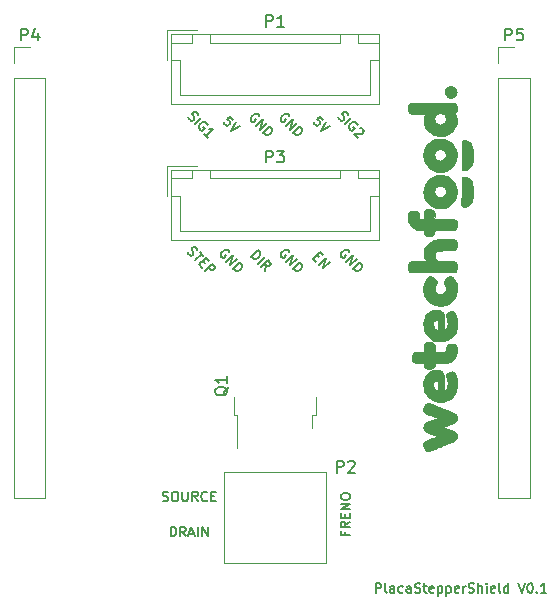
<source format=gto>
%TF.GenerationSoftware,KiCad,Pcbnew,5.1.5+dfsg1-2build2*%
%TF.CreationDate,2021-01-24T20:27:35+01:00*%
%TF.ProjectId,PlacaStepperShield,506c6163-6153-4746-9570-706572536869,rev?*%
%TF.SameCoordinates,Original*%
%TF.FileFunction,Legend,Top*%
%TF.FilePolarity,Positive*%
%FSLAX46Y46*%
G04 Gerber Fmt 4.6, Leading zero omitted, Abs format (unit mm)*
G04 Created by KiCad (PCBNEW 5.1.5+dfsg1-2build2) date 2021-01-24 20:27:35*
%MOMM*%
%LPD*%
G04 APERTURE LIST*
%ADD10C,0.127000*%
%ADD11C,0.010000*%
%ADD12C,0.120000*%
%ADD13C,0.150000*%
G04 APERTURE END LIST*
D10*
X140688095Y-103361904D02*
X140688095Y-102561904D01*
X140878571Y-102561904D01*
X140992857Y-102600000D01*
X141069047Y-102676190D01*
X141107142Y-102752380D01*
X141145238Y-102904761D01*
X141145238Y-103019047D01*
X141107142Y-103171428D01*
X141069047Y-103247619D01*
X140992857Y-103323809D01*
X140878571Y-103361904D01*
X140688095Y-103361904D01*
X141945238Y-103361904D02*
X141678571Y-102980952D01*
X141488095Y-103361904D02*
X141488095Y-102561904D01*
X141792857Y-102561904D01*
X141869047Y-102600000D01*
X141907142Y-102638095D01*
X141945238Y-102714285D01*
X141945238Y-102828571D01*
X141907142Y-102904761D01*
X141869047Y-102942857D01*
X141792857Y-102980952D01*
X141488095Y-102980952D01*
X142250000Y-103133333D02*
X142630952Y-103133333D01*
X142173809Y-103361904D02*
X142440476Y-102561904D01*
X142707142Y-103361904D01*
X142973809Y-103361904D02*
X142973809Y-102561904D01*
X143354761Y-103361904D02*
X143354761Y-102561904D01*
X143811904Y-103361904D01*
X143811904Y-102561904D01*
X140021428Y-100323809D02*
X140135714Y-100361904D01*
X140326190Y-100361904D01*
X140402380Y-100323809D01*
X140440476Y-100285714D01*
X140478571Y-100209523D01*
X140478571Y-100133333D01*
X140440476Y-100057142D01*
X140402380Y-100019047D01*
X140326190Y-99980952D01*
X140173809Y-99942857D01*
X140097619Y-99904761D01*
X140059523Y-99866666D01*
X140021428Y-99790476D01*
X140021428Y-99714285D01*
X140059523Y-99638095D01*
X140097619Y-99600000D01*
X140173809Y-99561904D01*
X140364285Y-99561904D01*
X140478571Y-99600000D01*
X140973809Y-99561904D02*
X141126190Y-99561904D01*
X141202380Y-99600000D01*
X141278571Y-99676190D01*
X141316666Y-99828571D01*
X141316666Y-100095238D01*
X141278571Y-100247619D01*
X141202380Y-100323809D01*
X141126190Y-100361904D01*
X140973809Y-100361904D01*
X140897619Y-100323809D01*
X140821428Y-100247619D01*
X140783333Y-100095238D01*
X140783333Y-99828571D01*
X140821428Y-99676190D01*
X140897619Y-99600000D01*
X140973809Y-99561904D01*
X141659523Y-99561904D02*
X141659523Y-100209523D01*
X141697619Y-100285714D01*
X141735714Y-100323809D01*
X141811904Y-100361904D01*
X141964285Y-100361904D01*
X142040476Y-100323809D01*
X142078571Y-100285714D01*
X142116666Y-100209523D01*
X142116666Y-99561904D01*
X142954761Y-100361904D02*
X142688095Y-99980952D01*
X142497619Y-100361904D02*
X142497619Y-99561904D01*
X142802380Y-99561904D01*
X142878571Y-99600000D01*
X142916666Y-99638095D01*
X142954761Y-99714285D01*
X142954761Y-99828571D01*
X142916666Y-99904761D01*
X142878571Y-99942857D01*
X142802380Y-99980952D01*
X142497619Y-99980952D01*
X143754761Y-100285714D02*
X143716666Y-100323809D01*
X143602380Y-100361904D01*
X143526190Y-100361904D01*
X143411904Y-100323809D01*
X143335714Y-100247619D01*
X143297619Y-100171428D01*
X143259523Y-100019047D01*
X143259523Y-99904761D01*
X143297619Y-99752380D01*
X143335714Y-99676190D01*
X143411904Y-99600000D01*
X143526190Y-99561904D01*
X143602380Y-99561904D01*
X143716666Y-99600000D01*
X143754761Y-99638095D01*
X144097619Y-99942857D02*
X144364285Y-99942857D01*
X144478571Y-100361904D02*
X144097619Y-100361904D01*
X144097619Y-99561904D01*
X144478571Y-99561904D01*
X147508409Y-79690219D02*
X148074094Y-79124534D01*
X148208781Y-79259221D01*
X148262656Y-79366971D01*
X148262656Y-79474720D01*
X148235719Y-79555532D01*
X148154906Y-79690219D01*
X148074094Y-79771032D01*
X147939407Y-79851844D01*
X147858595Y-79878781D01*
X147750845Y-79878781D01*
X147643096Y-79824906D01*
X147508409Y-79690219D01*
X148074094Y-80255905D02*
X148639780Y-79690219D01*
X148666717Y-80848528D02*
X148747529Y-80390592D01*
X148343468Y-80525279D02*
X148909154Y-79959593D01*
X149124653Y-80175093D01*
X149151590Y-80255905D01*
X149151590Y-80309780D01*
X149124653Y-80390592D01*
X149043841Y-80471404D01*
X148963028Y-80498341D01*
X148909154Y-80498341D01*
X148828341Y-80471404D01*
X148612842Y-80255905D01*
X155801844Y-79286158D02*
X155774906Y-79205346D01*
X155694094Y-79124534D01*
X155586345Y-79070659D01*
X155478595Y-79070659D01*
X155397783Y-79097597D01*
X155263096Y-79178409D01*
X155182284Y-79259221D01*
X155101471Y-79393908D01*
X155074534Y-79474720D01*
X155074534Y-79582470D01*
X155128409Y-79690219D01*
X155182284Y-79744094D01*
X155290033Y-79797969D01*
X155343908Y-79797969D01*
X155532470Y-79609407D01*
X155424720Y-79501658D01*
X155532470Y-80094280D02*
X156098155Y-79528595D01*
X155855719Y-80417529D01*
X156421404Y-79851844D01*
X156125093Y-80686903D02*
X156690778Y-80121218D01*
X156825465Y-80255905D01*
X156879340Y-80363654D01*
X156879340Y-80471404D01*
X156852402Y-80552216D01*
X156771590Y-80686903D01*
X156690778Y-80767715D01*
X156556091Y-80848528D01*
X156475279Y-80875465D01*
X156367529Y-80875465D01*
X156259780Y-80821590D01*
X156125093Y-80686903D01*
X145641844Y-79286158D02*
X145614906Y-79205346D01*
X145534094Y-79124534D01*
X145426345Y-79070659D01*
X145318595Y-79070659D01*
X145237783Y-79097597D01*
X145103096Y-79178409D01*
X145022284Y-79259221D01*
X144941471Y-79393908D01*
X144914534Y-79474720D01*
X144914534Y-79582470D01*
X144968409Y-79690219D01*
X145022284Y-79744094D01*
X145130033Y-79797969D01*
X145183908Y-79797969D01*
X145372470Y-79609407D01*
X145264720Y-79501658D01*
X145372470Y-80094280D02*
X145938155Y-79528595D01*
X145695719Y-80417529D01*
X146261404Y-79851844D01*
X145965093Y-80686903D02*
X146530778Y-80121218D01*
X146665465Y-80255905D01*
X146719340Y-80363654D01*
X146719340Y-80471404D01*
X146692402Y-80552216D01*
X146611590Y-80686903D01*
X146530778Y-80767715D01*
X146396091Y-80848528D01*
X146315279Y-80875465D01*
X146207529Y-80875465D01*
X146099780Y-80821590D01*
X145965093Y-80686903D01*
X150721844Y-79286158D02*
X150694906Y-79205346D01*
X150614094Y-79124534D01*
X150506345Y-79070659D01*
X150398595Y-79070659D01*
X150317783Y-79097597D01*
X150183096Y-79178409D01*
X150102284Y-79259221D01*
X150021471Y-79393908D01*
X149994534Y-79474720D01*
X149994534Y-79582470D01*
X150048409Y-79690219D01*
X150102284Y-79744094D01*
X150210033Y-79797969D01*
X150263908Y-79797969D01*
X150452470Y-79609407D01*
X150344720Y-79501658D01*
X150452470Y-80094280D02*
X151018155Y-79528595D01*
X150775719Y-80417529D01*
X151341404Y-79851844D01*
X151045093Y-80686903D02*
X151610778Y-80121218D01*
X151745465Y-80255905D01*
X151799340Y-80363654D01*
X151799340Y-80471404D01*
X151772402Y-80552216D01*
X151691590Y-80686903D01*
X151610778Y-80767715D01*
X151476091Y-80848528D01*
X151395279Y-80875465D01*
X151287529Y-80875465D01*
X151179780Y-80821590D01*
X151045093Y-80686903D01*
X142105160Y-79313096D02*
X142159035Y-79420845D01*
X142293722Y-79555532D01*
X142374534Y-79582470D01*
X142428409Y-79582470D01*
X142509221Y-79555532D01*
X142563096Y-79501658D01*
X142590033Y-79420845D01*
X142590033Y-79366971D01*
X142563096Y-79286158D01*
X142482284Y-79151471D01*
X142455346Y-79070659D01*
X142455346Y-79016784D01*
X142482284Y-78935972D01*
X142536158Y-78882097D01*
X142616971Y-78855160D01*
X142670845Y-78855160D01*
X142751658Y-78882097D01*
X142886345Y-79016784D01*
X142940219Y-79124534D01*
X143128781Y-79259221D02*
X143452030Y-79582470D01*
X142724720Y-79986531D02*
X143290406Y-79420845D01*
X143371218Y-80040406D02*
X143559780Y-80228967D01*
X143344280Y-80606091D02*
X143074906Y-80336717D01*
X143640592Y-79771032D01*
X143909966Y-80040406D01*
X143586717Y-80848528D02*
X144152402Y-80282842D01*
X144367902Y-80498341D01*
X144394839Y-80579154D01*
X144394839Y-80633028D01*
X144367902Y-80713841D01*
X144287089Y-80794653D01*
X144206277Y-80821590D01*
X144152402Y-80821590D01*
X144071590Y-80794653D01*
X143856091Y-80579154D01*
X153032876Y-79542064D02*
X153221438Y-79730625D01*
X153005938Y-80107749D02*
X152736564Y-79838375D01*
X153302250Y-79272690D01*
X153571624Y-79542064D01*
X153248375Y-80350186D02*
X153814061Y-79784500D01*
X153571624Y-80673435D01*
X154137309Y-80107749D01*
X154872503Y-67880439D02*
X154926378Y-67988189D01*
X155061065Y-68122876D01*
X155141877Y-68149813D01*
X155195752Y-68149813D01*
X155276564Y-68122876D01*
X155330439Y-68069001D01*
X155357377Y-67988189D01*
X155357377Y-67934314D01*
X155330439Y-67853502D01*
X155249627Y-67718815D01*
X155222690Y-67638003D01*
X155222690Y-67584128D01*
X155249627Y-67503316D01*
X155303502Y-67449441D01*
X155384314Y-67422503D01*
X155438189Y-67422503D01*
X155519001Y-67449441D01*
X155653688Y-67584128D01*
X155707563Y-67691877D01*
X155411251Y-68473062D02*
X155976937Y-67907377D01*
X156515685Y-68500000D02*
X156488748Y-68419187D01*
X156407935Y-68338375D01*
X156300186Y-68284500D01*
X156192436Y-68284500D01*
X156111624Y-68311438D01*
X155976937Y-68392250D01*
X155896125Y-68473062D01*
X155815312Y-68607749D01*
X155788375Y-68688561D01*
X155788375Y-68796311D01*
X155842250Y-68904061D01*
X155896125Y-68957935D01*
X156003874Y-69011810D01*
X156057749Y-69011810D01*
X156246311Y-68823248D01*
X156138561Y-68715499D01*
X156731184Y-68769374D02*
X156785059Y-68769374D01*
X156865871Y-68796311D01*
X157000558Y-68930998D01*
X157027496Y-69011810D01*
X157027496Y-69065685D01*
X157000558Y-69146497D01*
X156946683Y-69200372D01*
X156838934Y-69254247D01*
X156192436Y-69254247D01*
X156542622Y-69604433D01*
X153612030Y-68082470D02*
X153342656Y-67813096D01*
X153046345Y-68055532D01*
X153100219Y-68055532D01*
X153181032Y-68082470D01*
X153315719Y-68217157D01*
X153342656Y-68297969D01*
X153342656Y-68351844D01*
X153315719Y-68432656D01*
X153181032Y-68567343D01*
X153100219Y-68594280D01*
X153046345Y-68594280D01*
X152965532Y-68567343D01*
X152830845Y-68432656D01*
X152803908Y-68351844D01*
X152803908Y-68297969D01*
X153800592Y-68271032D02*
X153423468Y-69025279D01*
X154177715Y-68648155D01*
X150721844Y-67786158D02*
X150694906Y-67705346D01*
X150614094Y-67624534D01*
X150506345Y-67570659D01*
X150398595Y-67570659D01*
X150317783Y-67597597D01*
X150183096Y-67678409D01*
X150102284Y-67759221D01*
X150021471Y-67893908D01*
X149994534Y-67974720D01*
X149994534Y-68082470D01*
X150048409Y-68190219D01*
X150102284Y-68244094D01*
X150210033Y-68297969D01*
X150263908Y-68297969D01*
X150452470Y-68109407D01*
X150344720Y-68001658D01*
X150452470Y-68594280D02*
X151018155Y-68028595D01*
X150775719Y-68917529D01*
X151341404Y-68351844D01*
X151045093Y-69186903D02*
X151610778Y-68621218D01*
X151745465Y-68755905D01*
X151799340Y-68863654D01*
X151799340Y-68971404D01*
X151772402Y-69052216D01*
X151691590Y-69186903D01*
X151610778Y-69267715D01*
X151476091Y-69348528D01*
X151395279Y-69375465D01*
X151287529Y-69375465D01*
X151179780Y-69321590D01*
X151045093Y-69186903D01*
X148181844Y-67786158D02*
X148154906Y-67705346D01*
X148074094Y-67624534D01*
X147966345Y-67570659D01*
X147858595Y-67570659D01*
X147777783Y-67597597D01*
X147643096Y-67678409D01*
X147562284Y-67759221D01*
X147481471Y-67893908D01*
X147454534Y-67974720D01*
X147454534Y-68082470D01*
X147508409Y-68190219D01*
X147562284Y-68244094D01*
X147670033Y-68297969D01*
X147723908Y-68297969D01*
X147912470Y-68109407D01*
X147804720Y-68001658D01*
X147912470Y-68594280D02*
X148478155Y-68028595D01*
X148235719Y-68917529D01*
X148801404Y-68351844D01*
X148505093Y-69186903D02*
X149070778Y-68621218D01*
X149205465Y-68755905D01*
X149259340Y-68863654D01*
X149259340Y-68971404D01*
X149232402Y-69052216D01*
X149151590Y-69186903D01*
X149070778Y-69267715D01*
X148936091Y-69348528D01*
X148855279Y-69375465D01*
X148747529Y-69375465D01*
X148639780Y-69321590D01*
X148505093Y-69186903D01*
X145992030Y-68082470D02*
X145722656Y-67813096D01*
X145426345Y-68055532D01*
X145480219Y-68055532D01*
X145561032Y-68082470D01*
X145695719Y-68217157D01*
X145722656Y-68297969D01*
X145722656Y-68351844D01*
X145695719Y-68432656D01*
X145561032Y-68567343D01*
X145480219Y-68594280D01*
X145426345Y-68594280D01*
X145345532Y-68567343D01*
X145210845Y-68432656D01*
X145183908Y-68351844D01*
X145183908Y-68297969D01*
X146180592Y-68271032D02*
X145803468Y-69025279D01*
X146557715Y-68648155D01*
X142172503Y-67880439D02*
X142226378Y-67988189D01*
X142361065Y-68122876D01*
X142441877Y-68149813D01*
X142495752Y-68149813D01*
X142576564Y-68122876D01*
X142630439Y-68069001D01*
X142657377Y-67988189D01*
X142657377Y-67934314D01*
X142630439Y-67853502D01*
X142549627Y-67718815D01*
X142522690Y-67638003D01*
X142522690Y-67584128D01*
X142549627Y-67503316D01*
X142603502Y-67449441D01*
X142684314Y-67422503D01*
X142738189Y-67422503D01*
X142819001Y-67449441D01*
X142953688Y-67584128D01*
X143007563Y-67691877D01*
X142711251Y-68473062D02*
X143276937Y-67907377D01*
X143815685Y-68500000D02*
X143788748Y-68419187D01*
X143707935Y-68338375D01*
X143600186Y-68284500D01*
X143492436Y-68284500D01*
X143411624Y-68311438D01*
X143276937Y-68392250D01*
X143196125Y-68473062D01*
X143115312Y-68607749D01*
X143088375Y-68688561D01*
X143088375Y-68796311D01*
X143142250Y-68904061D01*
X143196125Y-68957935D01*
X143303874Y-69011810D01*
X143357749Y-69011810D01*
X143546311Y-68823248D01*
X143438561Y-68715499D01*
X143842622Y-69604433D02*
X143519374Y-69281184D01*
X143680998Y-69442809D02*
X144246683Y-68877123D01*
X144111996Y-68904061D01*
X144004247Y-68904061D01*
X143923435Y-68877123D01*
X155442857Y-102985714D02*
X155442857Y-103252380D01*
X155861904Y-103252380D02*
X155061904Y-103252380D01*
X155061904Y-102871428D01*
X155861904Y-102109523D02*
X155480952Y-102376190D01*
X155861904Y-102566666D02*
X155061904Y-102566666D01*
X155061904Y-102261904D01*
X155100000Y-102185714D01*
X155138095Y-102147619D01*
X155214285Y-102109523D01*
X155328571Y-102109523D01*
X155404761Y-102147619D01*
X155442857Y-102185714D01*
X155480952Y-102261904D01*
X155480952Y-102566666D01*
X155442857Y-101766666D02*
X155442857Y-101500000D01*
X155861904Y-101385714D02*
X155861904Y-101766666D01*
X155061904Y-101766666D01*
X155061904Y-101385714D01*
X155861904Y-101042857D02*
X155061904Y-101042857D01*
X155861904Y-100585714D01*
X155061904Y-100585714D01*
X155061904Y-100052380D02*
X155061904Y-99900000D01*
X155100000Y-99823809D01*
X155176190Y-99747619D01*
X155328571Y-99709523D01*
X155595238Y-99709523D01*
X155747619Y-99747619D01*
X155823809Y-99823809D01*
X155861904Y-99900000D01*
X155861904Y-100052380D01*
X155823809Y-100128571D01*
X155747619Y-100204761D01*
X155595238Y-100242857D01*
X155328571Y-100242857D01*
X155176190Y-100204761D01*
X155100000Y-100128571D01*
X155061904Y-100052380D01*
X158050000Y-108111904D02*
X158050000Y-107311904D01*
X158354761Y-107311904D01*
X158430952Y-107350000D01*
X158469047Y-107388095D01*
X158507142Y-107464285D01*
X158507142Y-107578571D01*
X158469047Y-107654761D01*
X158430952Y-107692857D01*
X158354761Y-107730952D01*
X158050000Y-107730952D01*
X158964285Y-108111904D02*
X158888095Y-108073809D01*
X158850000Y-107997619D01*
X158850000Y-107311904D01*
X159611904Y-108111904D02*
X159611904Y-107692857D01*
X159573809Y-107616666D01*
X159497619Y-107578571D01*
X159345238Y-107578571D01*
X159269047Y-107616666D01*
X159611904Y-108073809D02*
X159535714Y-108111904D01*
X159345238Y-108111904D01*
X159269047Y-108073809D01*
X159230952Y-107997619D01*
X159230952Y-107921428D01*
X159269047Y-107845238D01*
X159345238Y-107807142D01*
X159535714Y-107807142D01*
X159611904Y-107769047D01*
X160335714Y-108073809D02*
X160259523Y-108111904D01*
X160107142Y-108111904D01*
X160030952Y-108073809D01*
X159992857Y-108035714D01*
X159954761Y-107959523D01*
X159954761Y-107730952D01*
X159992857Y-107654761D01*
X160030952Y-107616666D01*
X160107142Y-107578571D01*
X160259523Y-107578571D01*
X160335714Y-107616666D01*
X161021428Y-108111904D02*
X161021428Y-107692857D01*
X160983333Y-107616666D01*
X160907142Y-107578571D01*
X160754761Y-107578571D01*
X160678571Y-107616666D01*
X161021428Y-108073809D02*
X160945238Y-108111904D01*
X160754761Y-108111904D01*
X160678571Y-108073809D01*
X160640476Y-107997619D01*
X160640476Y-107921428D01*
X160678571Y-107845238D01*
X160754761Y-107807142D01*
X160945238Y-107807142D01*
X161021428Y-107769047D01*
X161364285Y-108073809D02*
X161478571Y-108111904D01*
X161669047Y-108111904D01*
X161745238Y-108073809D01*
X161783333Y-108035714D01*
X161821428Y-107959523D01*
X161821428Y-107883333D01*
X161783333Y-107807142D01*
X161745238Y-107769047D01*
X161669047Y-107730952D01*
X161516666Y-107692857D01*
X161440476Y-107654761D01*
X161402380Y-107616666D01*
X161364285Y-107540476D01*
X161364285Y-107464285D01*
X161402380Y-107388095D01*
X161440476Y-107350000D01*
X161516666Y-107311904D01*
X161707142Y-107311904D01*
X161821428Y-107350000D01*
X162050000Y-107578571D02*
X162354761Y-107578571D01*
X162164285Y-107311904D02*
X162164285Y-107997619D01*
X162202380Y-108073809D01*
X162278571Y-108111904D01*
X162354761Y-108111904D01*
X162926190Y-108073809D02*
X162850000Y-108111904D01*
X162697619Y-108111904D01*
X162621428Y-108073809D01*
X162583333Y-107997619D01*
X162583333Y-107692857D01*
X162621428Y-107616666D01*
X162697619Y-107578571D01*
X162850000Y-107578571D01*
X162926190Y-107616666D01*
X162964285Y-107692857D01*
X162964285Y-107769047D01*
X162583333Y-107845238D01*
X163307142Y-107578571D02*
X163307142Y-108378571D01*
X163307142Y-107616666D02*
X163383333Y-107578571D01*
X163535714Y-107578571D01*
X163611904Y-107616666D01*
X163650000Y-107654761D01*
X163688095Y-107730952D01*
X163688095Y-107959523D01*
X163650000Y-108035714D01*
X163611904Y-108073809D01*
X163535714Y-108111904D01*
X163383333Y-108111904D01*
X163307142Y-108073809D01*
X164030952Y-107578571D02*
X164030952Y-108378571D01*
X164030952Y-107616666D02*
X164107142Y-107578571D01*
X164259523Y-107578571D01*
X164335714Y-107616666D01*
X164373809Y-107654761D01*
X164411904Y-107730952D01*
X164411904Y-107959523D01*
X164373809Y-108035714D01*
X164335714Y-108073809D01*
X164259523Y-108111904D01*
X164107142Y-108111904D01*
X164030952Y-108073809D01*
X165059523Y-108073809D02*
X164983333Y-108111904D01*
X164830952Y-108111904D01*
X164754761Y-108073809D01*
X164716666Y-107997619D01*
X164716666Y-107692857D01*
X164754761Y-107616666D01*
X164830952Y-107578571D01*
X164983333Y-107578571D01*
X165059523Y-107616666D01*
X165097619Y-107692857D01*
X165097619Y-107769047D01*
X164716666Y-107845238D01*
X165440476Y-108111904D02*
X165440476Y-107578571D01*
X165440476Y-107730952D02*
X165478571Y-107654761D01*
X165516666Y-107616666D01*
X165592857Y-107578571D01*
X165669047Y-107578571D01*
X165897619Y-108073809D02*
X166011904Y-108111904D01*
X166202380Y-108111904D01*
X166278571Y-108073809D01*
X166316666Y-108035714D01*
X166354761Y-107959523D01*
X166354761Y-107883333D01*
X166316666Y-107807142D01*
X166278571Y-107769047D01*
X166202380Y-107730952D01*
X166050000Y-107692857D01*
X165973809Y-107654761D01*
X165935714Y-107616666D01*
X165897619Y-107540476D01*
X165897619Y-107464285D01*
X165935714Y-107388095D01*
X165973809Y-107350000D01*
X166050000Y-107311904D01*
X166240476Y-107311904D01*
X166354761Y-107350000D01*
X166697619Y-108111904D02*
X166697619Y-107311904D01*
X167040476Y-108111904D02*
X167040476Y-107692857D01*
X167002380Y-107616666D01*
X166926190Y-107578571D01*
X166811904Y-107578571D01*
X166735714Y-107616666D01*
X166697619Y-107654761D01*
X167421428Y-108111904D02*
X167421428Y-107578571D01*
X167421428Y-107311904D02*
X167383333Y-107350000D01*
X167421428Y-107388095D01*
X167459523Y-107350000D01*
X167421428Y-107311904D01*
X167421428Y-107388095D01*
X168107142Y-108073809D02*
X168030952Y-108111904D01*
X167878571Y-108111904D01*
X167802380Y-108073809D01*
X167764285Y-107997619D01*
X167764285Y-107692857D01*
X167802380Y-107616666D01*
X167878571Y-107578571D01*
X168030952Y-107578571D01*
X168107142Y-107616666D01*
X168145238Y-107692857D01*
X168145238Y-107769047D01*
X167764285Y-107845238D01*
X168602380Y-108111904D02*
X168526190Y-108073809D01*
X168488095Y-107997619D01*
X168488095Y-107311904D01*
X169250000Y-108111904D02*
X169250000Y-107311904D01*
X169250000Y-108073809D02*
X169173809Y-108111904D01*
X169021428Y-108111904D01*
X168945238Y-108073809D01*
X168907142Y-108035714D01*
X168869047Y-107959523D01*
X168869047Y-107730952D01*
X168907142Y-107654761D01*
X168945238Y-107616666D01*
X169021428Y-107578571D01*
X169173809Y-107578571D01*
X169250000Y-107616666D01*
X170126190Y-107311904D02*
X170392857Y-108111904D01*
X170659523Y-107311904D01*
X171078571Y-107311904D02*
X171154761Y-107311904D01*
X171230952Y-107350000D01*
X171269047Y-107388095D01*
X171307142Y-107464285D01*
X171345238Y-107616666D01*
X171345238Y-107807142D01*
X171307142Y-107959523D01*
X171269047Y-108035714D01*
X171230952Y-108073809D01*
X171154761Y-108111904D01*
X171078571Y-108111904D01*
X171002380Y-108073809D01*
X170964285Y-108035714D01*
X170926190Y-107959523D01*
X170888095Y-107807142D01*
X170888095Y-107616666D01*
X170926190Y-107464285D01*
X170964285Y-107388095D01*
X171002380Y-107350000D01*
X171078571Y-107311904D01*
X171688095Y-108035714D02*
X171726190Y-108073809D01*
X171688095Y-108111904D01*
X171650000Y-108073809D01*
X171688095Y-108035714D01*
X171688095Y-108111904D01*
X172488095Y-108111904D02*
X172030952Y-108111904D01*
X172259523Y-108111904D02*
X172259523Y-107311904D01*
X172183333Y-107426190D01*
X172107142Y-107502380D01*
X172030952Y-107540476D01*
D11*
G36*
X163907422Y-65616828D02*
G01*
X163939548Y-65516411D01*
X163972365Y-65455358D01*
X164020017Y-65397955D01*
X164085227Y-65342525D01*
X164160378Y-65294380D01*
X164237848Y-65258832D01*
X164267906Y-65249296D01*
X164373378Y-65233339D01*
X164478346Y-65240958D01*
X164579132Y-65270527D01*
X164672061Y-65320422D01*
X164753458Y-65389016D01*
X164819646Y-65474685D01*
X164833921Y-65499575D01*
X164854729Y-65540770D01*
X164867854Y-65575676D01*
X164875343Y-65613079D01*
X164879242Y-65661766D01*
X164880725Y-65700500D01*
X164880940Y-65775155D01*
X164875772Y-65831478D01*
X164864592Y-65876087D01*
X164863826Y-65878232D01*
X164819868Y-65966522D01*
X164756213Y-66049504D01*
X164678553Y-66121077D01*
X164592578Y-66175138D01*
X164582418Y-66179955D01*
X164494270Y-66208405D01*
X164397182Y-66219807D01*
X164301585Y-66213390D01*
X164259438Y-66203798D01*
X164187955Y-66175119D01*
X164114149Y-66132219D01*
X164046692Y-66080996D01*
X163994258Y-66027345D01*
X163988110Y-66019297D01*
X163936840Y-65928613D01*
X163906208Y-65827955D01*
X163896356Y-65722352D01*
X163907422Y-65616828D01*
G37*
X163907422Y-65616828D02*
X163939548Y-65516411D01*
X163972365Y-65455358D01*
X164020017Y-65397955D01*
X164085227Y-65342525D01*
X164160378Y-65294380D01*
X164237848Y-65258832D01*
X164267906Y-65249296D01*
X164373378Y-65233339D01*
X164478346Y-65240958D01*
X164579132Y-65270527D01*
X164672061Y-65320422D01*
X164753458Y-65389016D01*
X164819646Y-65474685D01*
X164833921Y-65499575D01*
X164854729Y-65540770D01*
X164867854Y-65575676D01*
X164875343Y-65613079D01*
X164879242Y-65661766D01*
X164880725Y-65700500D01*
X164880940Y-65775155D01*
X164875772Y-65831478D01*
X164864592Y-65876087D01*
X164863826Y-65878232D01*
X164819868Y-65966522D01*
X164756213Y-66049504D01*
X164678553Y-66121077D01*
X164592578Y-66175138D01*
X164582418Y-66179955D01*
X164494270Y-66208405D01*
X164397182Y-66219807D01*
X164301585Y-66213390D01*
X164259438Y-66203798D01*
X164187955Y-66175119D01*
X164114149Y-66132219D01*
X164046692Y-66080996D01*
X163994258Y-66027345D01*
X163988110Y-66019297D01*
X163936840Y-65928613D01*
X163906208Y-65827955D01*
X163896356Y-65722352D01*
X163907422Y-65616828D01*
G36*
X162083899Y-70978849D02*
G01*
X162108978Y-70800397D01*
X162157105Y-70625434D01*
X162228271Y-70456303D01*
X162309433Y-70314945D01*
X162423202Y-70162388D01*
X162552625Y-70028059D01*
X162695922Y-69913279D01*
X162851313Y-69819372D01*
X163017017Y-69747659D01*
X163113556Y-69717712D01*
X163159861Y-69705812D01*
X163200487Y-69697065D01*
X163240770Y-69690988D01*
X163286043Y-69687093D01*
X163341641Y-69684894D01*
X163412899Y-69683906D01*
X163487300Y-69683657D01*
X163575413Y-69683810D01*
X163643396Y-69684805D01*
X163696513Y-69687110D01*
X163740032Y-69691190D01*
X163779216Y-69697513D01*
X163819334Y-69706546D01*
X163857118Y-69716437D01*
X164025511Y-69774661D01*
X164186480Y-69855125D01*
X164337081Y-69955441D01*
X164474365Y-70073221D01*
X164595386Y-70206074D01*
X164697198Y-70351613D01*
X164743220Y-70434775D01*
X164807320Y-70585757D01*
X164854822Y-70748737D01*
X164884822Y-70917736D01*
X164896416Y-71086776D01*
X164888697Y-71249878D01*
X164877861Y-71324335D01*
X164832184Y-71506098D01*
X164762955Y-71680678D01*
X164671632Y-71845330D01*
X164559671Y-71997309D01*
X164467871Y-72096586D01*
X164396646Y-72160828D01*
X164313252Y-72226642D01*
X164224793Y-72289047D01*
X164138371Y-72343062D01*
X164061090Y-72383705D01*
X164053768Y-72387006D01*
X163894275Y-72444563D01*
X163724817Y-72481889D01*
X163549687Y-72499066D01*
X163487300Y-72498045D01*
X163487300Y-71535873D01*
X163545807Y-71534614D01*
X163589506Y-71529393D01*
X163628923Y-71518045D01*
X163674586Y-71498404D01*
X163678584Y-71496523D01*
X163774993Y-71437958D01*
X163856022Y-71361973D01*
X163918761Y-71272039D01*
X163960302Y-71171626D01*
X163964705Y-71155150D01*
X163977133Y-71095957D01*
X163980753Y-71046332D01*
X163975900Y-70993077D01*
X163969710Y-70957303D01*
X163937955Y-70856166D01*
X163884048Y-70765165D01*
X163810107Y-70686936D01*
X163718250Y-70624117D01*
X163691284Y-70610439D01*
X163648399Y-70591353D01*
X163612253Y-70579610D01*
X163573853Y-70573468D01*
X163524211Y-70571189D01*
X163487300Y-70570950D01*
X163428308Y-70571677D01*
X163385872Y-70575080D01*
X163351159Y-70582994D01*
X163315340Y-70597253D01*
X163281434Y-70613718D01*
X163195792Y-70667486D01*
X163121113Y-70735451D01*
X163062560Y-70812210D01*
X163030991Y-70875800D01*
X163016805Y-70918162D01*
X163008756Y-70957667D01*
X163005749Y-71003318D01*
X163006690Y-71064119D01*
X163007022Y-71073024D01*
X163010813Y-71137324D01*
X163017525Y-71185059D01*
X163028966Y-71225041D01*
X163046467Y-71265105D01*
X163097060Y-71342876D01*
X163167602Y-71414159D01*
X163252685Y-71473919D01*
X163293963Y-71495563D01*
X163341320Y-71516357D01*
X163380987Y-71528529D01*
X163423576Y-71534293D01*
X163479703Y-71535862D01*
X163487300Y-71535873D01*
X163487300Y-72498045D01*
X163373177Y-72496175D01*
X163199578Y-72473299D01*
X163033181Y-72430519D01*
X162878280Y-72367917D01*
X162871350Y-72364486D01*
X162715011Y-72272208D01*
X162570549Y-72157510D01*
X162438045Y-72020470D01*
X162317585Y-71861164D01*
X162304486Y-71841387D01*
X162214213Y-71680656D01*
X162147025Y-71511692D01*
X162102915Y-71336840D01*
X162081876Y-71158444D01*
X162083899Y-70978849D01*
G37*
X162083899Y-70978849D02*
X162108978Y-70800397D01*
X162157105Y-70625434D01*
X162228271Y-70456303D01*
X162309433Y-70314945D01*
X162423202Y-70162388D01*
X162552625Y-70028059D01*
X162695922Y-69913279D01*
X162851313Y-69819372D01*
X163017017Y-69747659D01*
X163113556Y-69717712D01*
X163159861Y-69705812D01*
X163200487Y-69697065D01*
X163240770Y-69690988D01*
X163286043Y-69687093D01*
X163341641Y-69684894D01*
X163412899Y-69683906D01*
X163487300Y-69683657D01*
X163575413Y-69683810D01*
X163643396Y-69684805D01*
X163696513Y-69687110D01*
X163740032Y-69691190D01*
X163779216Y-69697513D01*
X163819334Y-69706546D01*
X163857118Y-69716437D01*
X164025511Y-69774661D01*
X164186480Y-69855125D01*
X164337081Y-69955441D01*
X164474365Y-70073221D01*
X164595386Y-70206074D01*
X164697198Y-70351613D01*
X164743220Y-70434775D01*
X164807320Y-70585757D01*
X164854822Y-70748737D01*
X164884822Y-70917736D01*
X164896416Y-71086776D01*
X164888697Y-71249878D01*
X164877861Y-71324335D01*
X164832184Y-71506098D01*
X164762955Y-71680678D01*
X164671632Y-71845330D01*
X164559671Y-71997309D01*
X164467871Y-72096586D01*
X164396646Y-72160828D01*
X164313252Y-72226642D01*
X164224793Y-72289047D01*
X164138371Y-72343062D01*
X164061090Y-72383705D01*
X164053768Y-72387006D01*
X163894275Y-72444563D01*
X163724817Y-72481889D01*
X163549687Y-72499066D01*
X163487300Y-72498045D01*
X163487300Y-71535873D01*
X163545807Y-71534614D01*
X163589506Y-71529393D01*
X163628923Y-71518045D01*
X163674586Y-71498404D01*
X163678584Y-71496523D01*
X163774993Y-71437958D01*
X163856022Y-71361973D01*
X163918761Y-71272039D01*
X163960302Y-71171626D01*
X163964705Y-71155150D01*
X163977133Y-71095957D01*
X163980753Y-71046332D01*
X163975900Y-70993077D01*
X163969710Y-70957303D01*
X163937955Y-70856166D01*
X163884048Y-70765165D01*
X163810107Y-70686936D01*
X163718250Y-70624117D01*
X163691284Y-70610439D01*
X163648399Y-70591353D01*
X163612253Y-70579610D01*
X163573853Y-70573468D01*
X163524211Y-70571189D01*
X163487300Y-70570950D01*
X163428308Y-70571677D01*
X163385872Y-70575080D01*
X163351159Y-70582994D01*
X163315340Y-70597253D01*
X163281434Y-70613718D01*
X163195792Y-70667486D01*
X163121113Y-70735451D01*
X163062560Y-70812210D01*
X163030991Y-70875800D01*
X163016805Y-70918162D01*
X163008756Y-70957667D01*
X163005749Y-71003318D01*
X163006690Y-71064119D01*
X163007022Y-71073024D01*
X163010813Y-71137324D01*
X163017525Y-71185059D01*
X163028966Y-71225041D01*
X163046467Y-71265105D01*
X163097060Y-71342876D01*
X163167602Y-71414159D01*
X163252685Y-71473919D01*
X163293963Y-71495563D01*
X163341320Y-71516357D01*
X163380987Y-71528529D01*
X163423576Y-71534293D01*
X163479703Y-71535862D01*
X163487300Y-71535873D01*
X163487300Y-72498045D01*
X163373177Y-72496175D01*
X163199578Y-72473299D01*
X163033181Y-72430519D01*
X162878280Y-72367917D01*
X162871350Y-72364486D01*
X162715011Y-72272208D01*
X162570549Y-72157510D01*
X162438045Y-72020470D01*
X162317585Y-71861164D01*
X162304486Y-71841387D01*
X162214213Y-71680656D01*
X162147025Y-71511692D01*
X162102915Y-71336840D01*
X162081876Y-71158444D01*
X162083899Y-70978849D01*
G36*
X162091715Y-73998464D02*
G01*
X162123078Y-73825159D01*
X162174384Y-73660296D01*
X162223611Y-73549100D01*
X162291783Y-73431514D01*
X162376850Y-73311795D01*
X162472502Y-73198146D01*
X162564859Y-73105602D01*
X162704920Y-72994909D01*
X162858327Y-72905089D01*
X163023228Y-72836663D01*
X163197771Y-72790154D01*
X163380105Y-72766083D01*
X163568377Y-72764971D01*
X163719094Y-72780518D01*
X163896163Y-72819764D01*
X164065139Y-72881963D01*
X164223989Y-72965402D01*
X164370680Y-73068367D01*
X164503180Y-73189147D01*
X164619455Y-73326027D01*
X164717474Y-73477294D01*
X164795202Y-73641235D01*
X164819467Y-73707906D01*
X164864242Y-73875030D01*
X164889917Y-74048023D01*
X164895974Y-74220471D01*
X164881894Y-74385954D01*
X164876720Y-74417079D01*
X164831424Y-74597592D01*
X164763023Y-74769904D01*
X164673049Y-74931991D01*
X164563035Y-75081831D01*
X164434512Y-75217401D01*
X164289013Y-75336676D01*
X164128070Y-75437636D01*
X164087861Y-75458641D01*
X163941592Y-75519042D01*
X163782246Y-75561057D01*
X163614440Y-75584525D01*
X163508460Y-75587463D01*
X163508460Y-74626697D01*
X163610438Y-74610007D01*
X163709240Y-74569967D01*
X163802012Y-74506440D01*
X163814572Y-74495470D01*
X163867521Y-74437177D01*
X163915260Y-74365249D01*
X163952043Y-74289439D01*
X163969845Y-74231953D01*
X163977241Y-74153290D01*
X163970697Y-74065960D01*
X163951559Y-73981579D01*
X163935965Y-73940210D01*
X163895614Y-73872931D01*
X163837592Y-73805811D01*
X163768771Y-73745558D01*
X163696019Y-73698878D01*
X163681371Y-73691654D01*
X163639862Y-73674202D01*
X163601611Y-73663804D01*
X163557253Y-73658748D01*
X163497422Y-73657321D01*
X163493650Y-73657313D01*
X163434706Y-73658241D01*
X163391393Y-73662497D01*
X163353976Y-73672045D01*
X163312721Y-73688845D01*
X163293963Y-73697563D01*
X163203652Y-73750947D01*
X163125636Y-73818209D01*
X163065287Y-73894345D01*
X163046129Y-73928519D01*
X163030348Y-73962964D01*
X163020141Y-73993843D01*
X163014316Y-74028325D01*
X163011683Y-74073581D01*
X163011050Y-74136781D01*
X163011050Y-74139650D01*
X163013775Y-74225372D01*
X163023585Y-74293016D01*
X163042929Y-74349478D01*
X163074257Y-74401655D01*
X163120018Y-74456441D01*
X163125799Y-74462668D01*
X163211974Y-74538022D01*
X163306376Y-74590569D01*
X163406155Y-74620173D01*
X163508460Y-74626697D01*
X163508460Y-75587463D01*
X163442791Y-75589284D01*
X163271914Y-75575173D01*
X163106427Y-75542031D01*
X162970652Y-75497679D01*
X162816308Y-75423631D01*
X162670365Y-75327668D01*
X162535228Y-75212558D01*
X162413297Y-75081067D01*
X162306975Y-74935963D01*
X162218666Y-74780012D01*
X162150771Y-74615980D01*
X162122322Y-74520691D01*
X162090833Y-74351065D01*
X162080798Y-74175378D01*
X162091715Y-73998464D01*
G37*
X162091715Y-73998464D02*
X162123078Y-73825159D01*
X162174384Y-73660296D01*
X162223611Y-73549100D01*
X162291783Y-73431514D01*
X162376850Y-73311795D01*
X162472502Y-73198146D01*
X162564859Y-73105602D01*
X162704920Y-72994909D01*
X162858327Y-72905089D01*
X163023228Y-72836663D01*
X163197771Y-72790154D01*
X163380105Y-72766083D01*
X163568377Y-72764971D01*
X163719094Y-72780518D01*
X163896163Y-72819764D01*
X164065139Y-72881963D01*
X164223989Y-72965402D01*
X164370680Y-73068367D01*
X164503180Y-73189147D01*
X164619455Y-73326027D01*
X164717474Y-73477294D01*
X164795202Y-73641235D01*
X164819467Y-73707906D01*
X164864242Y-73875030D01*
X164889917Y-74048023D01*
X164895974Y-74220471D01*
X164881894Y-74385954D01*
X164876720Y-74417079D01*
X164831424Y-74597592D01*
X164763023Y-74769904D01*
X164673049Y-74931991D01*
X164563035Y-75081831D01*
X164434512Y-75217401D01*
X164289013Y-75336676D01*
X164128070Y-75437636D01*
X164087861Y-75458641D01*
X163941592Y-75519042D01*
X163782246Y-75561057D01*
X163614440Y-75584525D01*
X163508460Y-75587463D01*
X163508460Y-74626697D01*
X163610438Y-74610007D01*
X163709240Y-74569967D01*
X163802012Y-74506440D01*
X163814572Y-74495470D01*
X163867521Y-74437177D01*
X163915260Y-74365249D01*
X163952043Y-74289439D01*
X163969845Y-74231953D01*
X163977241Y-74153290D01*
X163970697Y-74065960D01*
X163951559Y-73981579D01*
X163935965Y-73940210D01*
X163895614Y-73872931D01*
X163837592Y-73805811D01*
X163768771Y-73745558D01*
X163696019Y-73698878D01*
X163681371Y-73691654D01*
X163639862Y-73674202D01*
X163601611Y-73663804D01*
X163557253Y-73658748D01*
X163497422Y-73657321D01*
X163493650Y-73657313D01*
X163434706Y-73658241D01*
X163391393Y-73662497D01*
X163353976Y-73672045D01*
X163312721Y-73688845D01*
X163293963Y-73697563D01*
X163203652Y-73750947D01*
X163125636Y-73818209D01*
X163065287Y-73894345D01*
X163046129Y-73928519D01*
X163030348Y-73962964D01*
X163020141Y-73993843D01*
X163014316Y-74028325D01*
X163011683Y-74073581D01*
X163011050Y-74136781D01*
X163011050Y-74139650D01*
X163013775Y-74225372D01*
X163023585Y-74293016D01*
X163042929Y-74349478D01*
X163074257Y-74401655D01*
X163120018Y-74456441D01*
X163125799Y-74462668D01*
X163211974Y-74538022D01*
X163306376Y-74590569D01*
X163406155Y-74620173D01*
X163508460Y-74626697D01*
X163508460Y-75587463D01*
X163442791Y-75589284D01*
X163271914Y-75575173D01*
X163106427Y-75542031D01*
X162970652Y-75497679D01*
X162816308Y-75423631D01*
X162670365Y-75327668D01*
X162535228Y-75212558D01*
X162413297Y-75081067D01*
X162306975Y-74935963D01*
X162218666Y-74780012D01*
X162150771Y-74615980D01*
X162122322Y-74520691D01*
X162090833Y-74351065D01*
X162080798Y-74175378D01*
X162091715Y-73998464D01*
G36*
X160769384Y-66971523D02*
G01*
X160783537Y-66878946D01*
X160804020Y-66807227D01*
X160833354Y-66752110D01*
X160874062Y-66709340D01*
X160928666Y-66674661D01*
X160951968Y-66663447D01*
X161017150Y-66633950D01*
X164649350Y-66633950D01*
X164722758Y-66669997D01*
X164770412Y-66696943D01*
X164803314Y-66726484D01*
X164831301Y-66767576D01*
X164832767Y-66770129D01*
X164861000Y-66836065D01*
X164882716Y-66920284D01*
X164897049Y-67016304D01*
X164903135Y-67117644D01*
X164900109Y-67217823D01*
X164896855Y-67250438D01*
X164886753Y-67305862D01*
X164871141Y-67361569D01*
X164858642Y-67393661D01*
X164826614Y-67445202D01*
X164783560Y-67492514D01*
X164736381Y-67529172D01*
X164692063Y-67548732D01*
X164655205Y-67556827D01*
X164719011Y-67637013D01*
X164795870Y-67752145D01*
X164850772Y-67877420D01*
X164884257Y-68014491D01*
X164896864Y-68165013D01*
X164897000Y-68183350D01*
X164884478Y-68346292D01*
X164847176Y-68505051D01*
X164785486Y-68658833D01*
X164699798Y-68806845D01*
X164590507Y-68948292D01*
X164458002Y-69082382D01*
X164448900Y-69090553D01*
X164294461Y-69212499D01*
X164131321Y-69310653D01*
X163959100Y-69385222D01*
X163842566Y-69421022D01*
X163758810Y-69437760D01*
X163658394Y-69449821D01*
X163549695Y-69456809D01*
X163487194Y-69457682D01*
X163487194Y-68488150D01*
X163546636Y-68487392D01*
X163589533Y-68483925D01*
X163624725Y-68475964D01*
X163661050Y-68461720D01*
X163692873Y-68446569D01*
X163780675Y-68390968D01*
X163856761Y-68318326D01*
X163917169Y-68233628D01*
X163957939Y-68141858D01*
X163968914Y-68099127D01*
X163978994Y-68031644D01*
X163978891Y-67973082D01*
X163968350Y-67908985D01*
X163965321Y-67895728D01*
X163929046Y-67795597D01*
X163870663Y-67706839D01*
X163791476Y-67630973D01*
X163692787Y-67569515D01*
X163680081Y-67563362D01*
X163631219Y-67542079D01*
X163590430Y-67530074D01*
X163546229Y-67524934D01*
X163493650Y-67524184D01*
X163388423Y-67534168D01*
X163294699Y-67563942D01*
X163205487Y-67615887D01*
X163189415Y-67627740D01*
X163111693Y-67697760D01*
X163056420Y-67774167D01*
X163022055Y-67860412D01*
X163007058Y-67959945D01*
X163007091Y-68036052D01*
X163023399Y-68147060D01*
X163060988Y-68244333D01*
X163120077Y-68328199D01*
X163200887Y-68398985D01*
X163283193Y-68447343D01*
X163325140Y-68466875D01*
X163360021Y-68478961D01*
X163396619Y-68485358D01*
X163443721Y-68487823D01*
X163487194Y-68488150D01*
X163487194Y-69457682D01*
X163441091Y-69458326D01*
X163340960Y-69453973D01*
X163282956Y-69447599D01*
X163105623Y-69409682D01*
X162937010Y-69348835D01*
X162776238Y-69264587D01*
X162622428Y-69156466D01*
X162474704Y-69024000D01*
X162452607Y-69001580D01*
X162335609Y-68869220D01*
X162242743Y-68737246D01*
X162172904Y-68603161D01*
X162124987Y-68464467D01*
X162097890Y-68318665D01*
X162090388Y-68182207D01*
X162097559Y-68043702D01*
X162120130Y-67922574D01*
X162159409Y-67815070D01*
X162216707Y-67717435D01*
X162278992Y-67641087D01*
X162347035Y-67567400D01*
X161692094Y-67567400D01*
X161546173Y-67567373D01*
X161423373Y-67567232D01*
X161321415Y-67566894D01*
X161238021Y-67566272D01*
X161170911Y-67565281D01*
X161117807Y-67563836D01*
X161076430Y-67561851D01*
X161044501Y-67559240D01*
X161019741Y-67555918D01*
X160999871Y-67551800D01*
X160982613Y-67546801D01*
X160965688Y-67540834D01*
X160963651Y-67540078D01*
X160915906Y-67517765D01*
X160871977Y-67489692D01*
X160850896Y-67471467D01*
X160817188Y-67420814D01*
X160790846Y-67349805D01*
X160772547Y-67262588D01*
X160762967Y-67163309D01*
X160762782Y-67056116D01*
X160769384Y-66971523D01*
G37*
X160769384Y-66971523D02*
X160783537Y-66878946D01*
X160804020Y-66807227D01*
X160833354Y-66752110D01*
X160874062Y-66709340D01*
X160928666Y-66674661D01*
X160951968Y-66663447D01*
X161017150Y-66633950D01*
X164649350Y-66633950D01*
X164722758Y-66669997D01*
X164770412Y-66696943D01*
X164803314Y-66726484D01*
X164831301Y-66767576D01*
X164832767Y-66770129D01*
X164861000Y-66836065D01*
X164882716Y-66920284D01*
X164897049Y-67016304D01*
X164903135Y-67117644D01*
X164900109Y-67217823D01*
X164896855Y-67250438D01*
X164886753Y-67305862D01*
X164871141Y-67361569D01*
X164858642Y-67393661D01*
X164826614Y-67445202D01*
X164783560Y-67492514D01*
X164736381Y-67529172D01*
X164692063Y-67548732D01*
X164655205Y-67556827D01*
X164719011Y-67637013D01*
X164795870Y-67752145D01*
X164850772Y-67877420D01*
X164884257Y-68014491D01*
X164896864Y-68165013D01*
X164897000Y-68183350D01*
X164884478Y-68346292D01*
X164847176Y-68505051D01*
X164785486Y-68658833D01*
X164699798Y-68806845D01*
X164590507Y-68948292D01*
X164458002Y-69082382D01*
X164448900Y-69090553D01*
X164294461Y-69212499D01*
X164131321Y-69310653D01*
X163959100Y-69385222D01*
X163842566Y-69421022D01*
X163758810Y-69437760D01*
X163658394Y-69449821D01*
X163549695Y-69456809D01*
X163487194Y-69457682D01*
X163487194Y-68488150D01*
X163546636Y-68487392D01*
X163589533Y-68483925D01*
X163624725Y-68475964D01*
X163661050Y-68461720D01*
X163692873Y-68446569D01*
X163780675Y-68390968D01*
X163856761Y-68318326D01*
X163917169Y-68233628D01*
X163957939Y-68141858D01*
X163968914Y-68099127D01*
X163978994Y-68031644D01*
X163978891Y-67973082D01*
X163968350Y-67908985D01*
X163965321Y-67895728D01*
X163929046Y-67795597D01*
X163870663Y-67706839D01*
X163791476Y-67630973D01*
X163692787Y-67569515D01*
X163680081Y-67563362D01*
X163631219Y-67542079D01*
X163590430Y-67530074D01*
X163546229Y-67524934D01*
X163493650Y-67524184D01*
X163388423Y-67534168D01*
X163294699Y-67563942D01*
X163205487Y-67615887D01*
X163189415Y-67627740D01*
X163111693Y-67697760D01*
X163056420Y-67774167D01*
X163022055Y-67860412D01*
X163007058Y-67959945D01*
X163007091Y-68036052D01*
X163023399Y-68147060D01*
X163060988Y-68244333D01*
X163120077Y-68328199D01*
X163200887Y-68398985D01*
X163283193Y-68447343D01*
X163325140Y-68466875D01*
X163360021Y-68478961D01*
X163396619Y-68485358D01*
X163443721Y-68487823D01*
X163487194Y-68488150D01*
X163487194Y-69457682D01*
X163441091Y-69458326D01*
X163340960Y-69453973D01*
X163282956Y-69447599D01*
X163105623Y-69409682D01*
X162937010Y-69348835D01*
X162776238Y-69264587D01*
X162622428Y-69156466D01*
X162474704Y-69024000D01*
X162452607Y-69001580D01*
X162335609Y-68869220D01*
X162242743Y-68737246D01*
X162172904Y-68603161D01*
X162124987Y-68464467D01*
X162097890Y-68318665D01*
X162090388Y-68182207D01*
X162097559Y-68043702D01*
X162120130Y-67922574D01*
X162159409Y-67815070D01*
X162216707Y-67717435D01*
X162278992Y-67641087D01*
X162347035Y-67567400D01*
X161692094Y-67567400D01*
X161546173Y-67567373D01*
X161423373Y-67567232D01*
X161321415Y-67566894D01*
X161238021Y-67566272D01*
X161170911Y-67565281D01*
X161117807Y-67563836D01*
X161076430Y-67561851D01*
X161044501Y-67559240D01*
X161019741Y-67555918D01*
X160999871Y-67551800D01*
X160982613Y-67546801D01*
X160965688Y-67540834D01*
X160963651Y-67540078D01*
X160915906Y-67517765D01*
X160871977Y-67489692D01*
X160850896Y-67471467D01*
X160817188Y-67420814D01*
X160790846Y-67349805D01*
X160772547Y-67262588D01*
X160762967Y-67163309D01*
X160762782Y-67056116D01*
X160769384Y-66971523D01*
G36*
X160759049Y-76221057D02*
G01*
X160761164Y-76146649D01*
X160763815Y-76092335D01*
X160767821Y-76052809D01*
X160774000Y-76022765D01*
X160783172Y-75996899D01*
X160796156Y-75969905D01*
X160798534Y-75965334D01*
X160833328Y-75912728D01*
X160874085Y-75872155D01*
X160881720Y-75866719D01*
X160944929Y-75836482D01*
X161026190Y-75814919D01*
X161119679Y-75802042D01*
X161219573Y-75797859D01*
X161320048Y-75802381D01*
X161415280Y-75815619D01*
X161499445Y-75837582D01*
X161562156Y-75865538D01*
X161614972Y-75909712D01*
X161651763Y-75963643D01*
X161666769Y-75993082D01*
X161677377Y-76020717D01*
X161684659Y-76052339D01*
X161689689Y-76093736D01*
X161693542Y-76150698D01*
X161696104Y-76202719D01*
X161701113Y-76291546D01*
X161708923Y-76358163D01*
X161722624Y-76405761D01*
X161745304Y-76437528D01*
X161780053Y-76456652D01*
X161829959Y-76466325D01*
X161898113Y-76469733D01*
X161955098Y-76470100D01*
X162119044Y-76470100D01*
X162111153Y-76416125D01*
X162103785Y-76351881D01*
X162098280Y-76276230D01*
X162094743Y-76195211D01*
X162093278Y-76114864D01*
X162093989Y-76041227D01*
X162096981Y-75980341D01*
X162102358Y-75938244D01*
X162102855Y-75936035D01*
X162133255Y-75842892D01*
X162176151Y-75771084D01*
X162232761Y-75719182D01*
X162304304Y-75685762D01*
X162320697Y-75681123D01*
X162374827Y-75671657D01*
X162445172Y-75665686D01*
X162525016Y-75663125D01*
X162607641Y-75663889D01*
X162686330Y-75667893D01*
X162754366Y-75675052D01*
X162805033Y-75685283D01*
X162811419Y-75687315D01*
X162874157Y-75714142D01*
X162924695Y-75748655D01*
X162963982Y-75793322D01*
X162992964Y-75850611D01*
X163012591Y-75922989D01*
X163023808Y-76012924D01*
X163027565Y-76122883D01*
X163025238Y-76244065D01*
X163016947Y-76468879D01*
X163826798Y-76472665D01*
X164636650Y-76476450D01*
X164708687Y-76505569D01*
X164778432Y-76544302D01*
X164836011Y-76596991D01*
X164875854Y-76658064D01*
X164885065Y-76681927D01*
X164890277Y-76710615D01*
X164895099Y-76758601D01*
X164899316Y-76820010D01*
X164902714Y-76888967D01*
X164905078Y-76959598D01*
X164906191Y-77026028D01*
X164905840Y-77082383D01*
X164903809Y-77122789D01*
X164901715Y-77136850D01*
X164876188Y-77220096D01*
X164844456Y-77283244D01*
X164802593Y-77331495D01*
X164746674Y-77370050D01*
X164712850Y-77387025D01*
X164649350Y-77416250D01*
X163020108Y-77423646D01*
X163015309Y-77565998D01*
X163008633Y-77659529D01*
X162994038Y-77732036D01*
X162969021Y-77787311D01*
X162931082Y-77829145D01*
X162877719Y-77861330D01*
X162806432Y-77887657D01*
X162802297Y-77888904D01*
X162749305Y-77899626D01*
X162679384Y-77906613D01*
X162599833Y-77909868D01*
X162517952Y-77909394D01*
X162441038Y-77905193D01*
X162376392Y-77897268D01*
X162339889Y-77888734D01*
X162255524Y-77850948D01*
X162189838Y-77798788D01*
X162153168Y-77749451D01*
X162138672Y-77720092D01*
X162129008Y-77688633D01*
X162122909Y-77648308D01*
X162119109Y-77592353D01*
X162117829Y-77560780D01*
X162113003Y-77425909D01*
X161882576Y-77419308D01*
X161795045Y-77416389D01*
X161727303Y-77412882D01*
X161673736Y-77408134D01*
X161628735Y-77401491D01*
X161586686Y-77392297D01*
X161541979Y-77379899D01*
X161540295Y-77379398D01*
X161388979Y-77322634D01*
X161248991Y-77246808D01*
X161122659Y-77154074D01*
X161012308Y-77046582D01*
X160920268Y-76926486D01*
X160848864Y-76795936D01*
X160815476Y-76709145D01*
X160788713Y-76612941D01*
X160770717Y-76513729D01*
X160760760Y-76405213D01*
X160758113Y-76281097D01*
X160759049Y-76221057D01*
G37*
X160759049Y-76221057D02*
X160761164Y-76146649D01*
X160763815Y-76092335D01*
X160767821Y-76052809D01*
X160774000Y-76022765D01*
X160783172Y-75996899D01*
X160796156Y-75969905D01*
X160798534Y-75965334D01*
X160833328Y-75912728D01*
X160874085Y-75872155D01*
X160881720Y-75866719D01*
X160944929Y-75836482D01*
X161026190Y-75814919D01*
X161119679Y-75802042D01*
X161219573Y-75797859D01*
X161320048Y-75802381D01*
X161415280Y-75815619D01*
X161499445Y-75837582D01*
X161562156Y-75865538D01*
X161614972Y-75909712D01*
X161651763Y-75963643D01*
X161666769Y-75993082D01*
X161677377Y-76020717D01*
X161684659Y-76052339D01*
X161689689Y-76093736D01*
X161693542Y-76150698D01*
X161696104Y-76202719D01*
X161701113Y-76291546D01*
X161708923Y-76358163D01*
X161722624Y-76405761D01*
X161745304Y-76437528D01*
X161780053Y-76456652D01*
X161829959Y-76466325D01*
X161898113Y-76469733D01*
X161955098Y-76470100D01*
X162119044Y-76470100D01*
X162111153Y-76416125D01*
X162103785Y-76351881D01*
X162098280Y-76276230D01*
X162094743Y-76195211D01*
X162093278Y-76114864D01*
X162093989Y-76041227D01*
X162096981Y-75980341D01*
X162102358Y-75938244D01*
X162102855Y-75936035D01*
X162133255Y-75842892D01*
X162176151Y-75771084D01*
X162232761Y-75719182D01*
X162304304Y-75685762D01*
X162320697Y-75681123D01*
X162374827Y-75671657D01*
X162445172Y-75665686D01*
X162525016Y-75663125D01*
X162607641Y-75663889D01*
X162686330Y-75667893D01*
X162754366Y-75675052D01*
X162805033Y-75685283D01*
X162811419Y-75687315D01*
X162874157Y-75714142D01*
X162924695Y-75748655D01*
X162963982Y-75793322D01*
X162992964Y-75850611D01*
X163012591Y-75922989D01*
X163023808Y-76012924D01*
X163027565Y-76122883D01*
X163025238Y-76244065D01*
X163016947Y-76468879D01*
X163826798Y-76472665D01*
X164636650Y-76476450D01*
X164708687Y-76505569D01*
X164778432Y-76544302D01*
X164836011Y-76596991D01*
X164875854Y-76658064D01*
X164885065Y-76681927D01*
X164890277Y-76710615D01*
X164895099Y-76758601D01*
X164899316Y-76820010D01*
X164902714Y-76888967D01*
X164905078Y-76959598D01*
X164906191Y-77026028D01*
X164905840Y-77082383D01*
X164903809Y-77122789D01*
X164901715Y-77136850D01*
X164876188Y-77220096D01*
X164844456Y-77283244D01*
X164802593Y-77331495D01*
X164746674Y-77370050D01*
X164712850Y-77387025D01*
X164649350Y-77416250D01*
X163020108Y-77423646D01*
X163015309Y-77565998D01*
X163008633Y-77659529D01*
X162994038Y-77732036D01*
X162969021Y-77787311D01*
X162931082Y-77829145D01*
X162877719Y-77861330D01*
X162806432Y-77887657D01*
X162802297Y-77888904D01*
X162749305Y-77899626D01*
X162679384Y-77906613D01*
X162599833Y-77909868D01*
X162517952Y-77909394D01*
X162441038Y-77905193D01*
X162376392Y-77897268D01*
X162339889Y-77888734D01*
X162255524Y-77850948D01*
X162189838Y-77798788D01*
X162153168Y-77749451D01*
X162138672Y-77720092D01*
X162129008Y-77688633D01*
X162122909Y-77648308D01*
X162119109Y-77592353D01*
X162117829Y-77560780D01*
X162113003Y-77425909D01*
X161882576Y-77419308D01*
X161795045Y-77416389D01*
X161727303Y-77412882D01*
X161673736Y-77408134D01*
X161628735Y-77401491D01*
X161586686Y-77392297D01*
X161541979Y-77379899D01*
X161540295Y-77379398D01*
X161388979Y-77322634D01*
X161248991Y-77246808D01*
X161122659Y-77154074D01*
X161012308Y-77046582D01*
X160920268Y-76926486D01*
X160848864Y-76795936D01*
X160815476Y-76709145D01*
X160788713Y-76612941D01*
X160770717Y-76513729D01*
X160760760Y-76405213D01*
X160758113Y-76281097D01*
X160759049Y-76221057D01*
G36*
X160769461Y-80425071D02*
G01*
X160782835Y-80331127D01*
X160806350Y-80255886D01*
X160841172Y-80196613D01*
X160888469Y-80150574D01*
X160945941Y-80116641D01*
X161017150Y-80083250D01*
X161709300Y-80079655D01*
X162401450Y-80076059D01*
X162323486Y-79994739D01*
X162229045Y-79880602D01*
X162158072Y-79759166D01*
X162126634Y-79683200D01*
X162113883Y-79643668D01*
X162105391Y-79605610D01*
X162100360Y-79562255D01*
X162097993Y-79506830D01*
X162097489Y-79435550D01*
X162098923Y-79364883D01*
X162102633Y-79295547D01*
X162108051Y-79235647D01*
X162114397Y-79194250D01*
X162160672Y-79040721D01*
X162229799Y-78894093D01*
X162319696Y-78756410D01*
X162428283Y-78629714D01*
X162553480Y-78516049D01*
X162693207Y-78417458D01*
X162845383Y-78335984D01*
X163007928Y-78273670D01*
X163069622Y-78256051D01*
X163127311Y-78242307D01*
X163187426Y-78230776D01*
X163252653Y-78221288D01*
X163325678Y-78213674D01*
X163409189Y-78207764D01*
X163505870Y-78203391D01*
X163618409Y-78200383D01*
X163749491Y-78198573D01*
X163901802Y-78197790D01*
X163995300Y-78197736D01*
X164146764Y-78198110D01*
X164275117Y-78199110D01*
X164382641Y-78200887D01*
X164471621Y-78203593D01*
X164544341Y-78207378D01*
X164603083Y-78212393D01*
X164650133Y-78218790D01*
X164687773Y-78226719D01*
X164718287Y-78236331D01*
X164742768Y-78247166D01*
X164795462Y-78280685D01*
X164836211Y-78323020D01*
X164866178Y-78377222D01*
X164886529Y-78446342D01*
X164898430Y-78533431D01*
X164903046Y-78641539D01*
X164903199Y-78667200D01*
X164900220Y-78782455D01*
X164890229Y-78875992D01*
X164871957Y-78950833D01*
X164844135Y-79010002D01*
X164805496Y-79056524D01*
X164754769Y-79093422D01*
X164716117Y-79113049D01*
X164700904Y-79119717D01*
X164685996Y-79125336D01*
X164669139Y-79130020D01*
X164648082Y-79133884D01*
X164620571Y-79137041D01*
X164584356Y-79139606D01*
X164537182Y-79141692D01*
X164476798Y-79143414D01*
X164400951Y-79144887D01*
X164307390Y-79146223D01*
X164193861Y-79147538D01*
X164058112Y-79148946D01*
X163995300Y-79149578D01*
X163849698Y-79151061D01*
X163727251Y-79152410D01*
X163625715Y-79153736D01*
X163542844Y-79155153D01*
X163476395Y-79156771D01*
X163424124Y-79158702D01*
X163383786Y-79161058D01*
X163353136Y-79163951D01*
X163329931Y-79167493D01*
X163311926Y-79171795D01*
X163296878Y-79176969D01*
X163282541Y-79183127D01*
X163277750Y-79185317D01*
X163209633Y-79226724D01*
X163145565Y-79283750D01*
X163093192Y-79348741D01*
X163066968Y-79396284D01*
X163038726Y-79492044D01*
X163032024Y-79594193D01*
X163045655Y-79697818D01*
X163078414Y-79798005D01*
X163129095Y-79889839D01*
X163196490Y-79968407D01*
X163210486Y-79980918D01*
X163232799Y-80000209D01*
X163252466Y-80016513D01*
X163271739Y-80030100D01*
X163292872Y-80041242D01*
X163318120Y-80050210D01*
X163349737Y-80057275D01*
X163389975Y-80062708D01*
X163441090Y-80066781D01*
X163505334Y-80069765D01*
X163584963Y-80071932D01*
X163682229Y-80073552D01*
X163799387Y-80074897D01*
X163938691Y-80076238D01*
X164008000Y-80076900D01*
X164662050Y-80083250D01*
X164735701Y-80119394D01*
X164795286Y-80156066D01*
X164838611Y-80201931D01*
X164869436Y-80262299D01*
X164890619Y-80338162D01*
X164901637Y-80413594D01*
X164907129Y-80503253D01*
X164907093Y-80597330D01*
X164901525Y-80686011D01*
X164890745Y-80758020D01*
X164868456Y-80838174D01*
X164839018Y-80897914D01*
X164798579Y-80942011D01*
X164743287Y-80975238D01*
X164702115Y-80991682D01*
X164691750Y-80995179D01*
X164680698Y-80998335D01*
X164667685Y-81001166D01*
X164651434Y-81003686D01*
X164630673Y-81005910D01*
X164604126Y-81007854D01*
X164570518Y-81009531D01*
X164528575Y-81010958D01*
X164477023Y-81012148D01*
X164414586Y-81013116D01*
X164339990Y-81013878D01*
X164251960Y-81014447D01*
X164149222Y-81014840D01*
X164030502Y-81015071D01*
X163894523Y-81015154D01*
X163740013Y-81015105D01*
X163565695Y-81014938D01*
X163370297Y-81014668D01*
X163152542Y-81014310D01*
X162911156Y-81013879D01*
X162810859Y-81013695D01*
X160991750Y-81010350D01*
X160925658Y-80975507D01*
X160871404Y-80938054D01*
X160829345Y-80888036D01*
X160798591Y-80823044D01*
X160778254Y-80740670D01*
X160767445Y-80638507D01*
X160765061Y-80540450D01*
X160769461Y-80425071D01*
G37*
X160769461Y-80425071D02*
X160782835Y-80331127D01*
X160806350Y-80255886D01*
X160841172Y-80196613D01*
X160888469Y-80150574D01*
X160945941Y-80116641D01*
X161017150Y-80083250D01*
X161709300Y-80079655D01*
X162401450Y-80076059D01*
X162323486Y-79994739D01*
X162229045Y-79880602D01*
X162158072Y-79759166D01*
X162126634Y-79683200D01*
X162113883Y-79643668D01*
X162105391Y-79605610D01*
X162100360Y-79562255D01*
X162097993Y-79506830D01*
X162097489Y-79435550D01*
X162098923Y-79364883D01*
X162102633Y-79295547D01*
X162108051Y-79235647D01*
X162114397Y-79194250D01*
X162160672Y-79040721D01*
X162229799Y-78894093D01*
X162319696Y-78756410D01*
X162428283Y-78629714D01*
X162553480Y-78516049D01*
X162693207Y-78417458D01*
X162845383Y-78335984D01*
X163007928Y-78273670D01*
X163069622Y-78256051D01*
X163127311Y-78242307D01*
X163187426Y-78230776D01*
X163252653Y-78221288D01*
X163325678Y-78213674D01*
X163409189Y-78207764D01*
X163505870Y-78203391D01*
X163618409Y-78200383D01*
X163749491Y-78198573D01*
X163901802Y-78197790D01*
X163995300Y-78197736D01*
X164146764Y-78198110D01*
X164275117Y-78199110D01*
X164382641Y-78200887D01*
X164471621Y-78203593D01*
X164544341Y-78207378D01*
X164603083Y-78212393D01*
X164650133Y-78218790D01*
X164687773Y-78226719D01*
X164718287Y-78236331D01*
X164742768Y-78247166D01*
X164795462Y-78280685D01*
X164836211Y-78323020D01*
X164866178Y-78377222D01*
X164886529Y-78446342D01*
X164898430Y-78533431D01*
X164903046Y-78641539D01*
X164903199Y-78667200D01*
X164900220Y-78782455D01*
X164890229Y-78875992D01*
X164871957Y-78950833D01*
X164844135Y-79010002D01*
X164805496Y-79056524D01*
X164754769Y-79093422D01*
X164716117Y-79113049D01*
X164700904Y-79119717D01*
X164685996Y-79125336D01*
X164669139Y-79130020D01*
X164648082Y-79133884D01*
X164620571Y-79137041D01*
X164584356Y-79139606D01*
X164537182Y-79141692D01*
X164476798Y-79143414D01*
X164400951Y-79144887D01*
X164307390Y-79146223D01*
X164193861Y-79147538D01*
X164058112Y-79148946D01*
X163995300Y-79149578D01*
X163849698Y-79151061D01*
X163727251Y-79152410D01*
X163625715Y-79153736D01*
X163542844Y-79155153D01*
X163476395Y-79156771D01*
X163424124Y-79158702D01*
X163383786Y-79161058D01*
X163353136Y-79163951D01*
X163329931Y-79167493D01*
X163311926Y-79171795D01*
X163296878Y-79176969D01*
X163282541Y-79183127D01*
X163277750Y-79185317D01*
X163209633Y-79226724D01*
X163145565Y-79283750D01*
X163093192Y-79348741D01*
X163066968Y-79396284D01*
X163038726Y-79492044D01*
X163032024Y-79594193D01*
X163045655Y-79697818D01*
X163078414Y-79798005D01*
X163129095Y-79889839D01*
X163196490Y-79968407D01*
X163210486Y-79980918D01*
X163232799Y-80000209D01*
X163252466Y-80016513D01*
X163271739Y-80030100D01*
X163292872Y-80041242D01*
X163318120Y-80050210D01*
X163349737Y-80057275D01*
X163389975Y-80062708D01*
X163441090Y-80066781D01*
X163505334Y-80069765D01*
X163584963Y-80071932D01*
X163682229Y-80073552D01*
X163799387Y-80074897D01*
X163938691Y-80076238D01*
X164008000Y-80076900D01*
X164662050Y-80083250D01*
X164735701Y-80119394D01*
X164795286Y-80156066D01*
X164838611Y-80201931D01*
X164869436Y-80262299D01*
X164890619Y-80338162D01*
X164901637Y-80413594D01*
X164907129Y-80503253D01*
X164907093Y-80597330D01*
X164901525Y-80686011D01*
X164890745Y-80758020D01*
X164868456Y-80838174D01*
X164839018Y-80897914D01*
X164798579Y-80942011D01*
X164743287Y-80975238D01*
X164702115Y-80991682D01*
X164691750Y-80995179D01*
X164680698Y-80998335D01*
X164667685Y-81001166D01*
X164651434Y-81003686D01*
X164630673Y-81005910D01*
X164604126Y-81007854D01*
X164570518Y-81009531D01*
X164528575Y-81010958D01*
X164477023Y-81012148D01*
X164414586Y-81013116D01*
X164339990Y-81013878D01*
X164251960Y-81014447D01*
X164149222Y-81014840D01*
X164030502Y-81015071D01*
X163894523Y-81015154D01*
X163740013Y-81015105D01*
X163565695Y-81014938D01*
X163370297Y-81014668D01*
X163152542Y-81014310D01*
X162911156Y-81013879D01*
X162810859Y-81013695D01*
X160991750Y-81010350D01*
X160925658Y-80975507D01*
X160871404Y-80938054D01*
X160829345Y-80888036D01*
X160798591Y-80823044D01*
X160778254Y-80740670D01*
X160767445Y-80638507D01*
X160765061Y-80540450D01*
X160769461Y-80425071D01*
G36*
X161120702Y-88080428D02*
G01*
X161139772Y-87979369D01*
X161171067Y-87893303D01*
X161213840Y-87825147D01*
X161258609Y-87783514D01*
X161287155Y-87766582D01*
X161320643Y-87752964D01*
X161361970Y-87742332D01*
X161414033Y-87734355D01*
X161479727Y-87728703D01*
X161561949Y-87725046D01*
X161663596Y-87723055D01*
X161787564Y-87722400D01*
X161795266Y-87722396D01*
X162116183Y-87722300D01*
X162107299Y-87687375D01*
X162104480Y-87664032D01*
X162101936Y-87619897D01*
X162099827Y-87559579D01*
X162098311Y-87487686D01*
X162097547Y-87408826D01*
X162097532Y-87404800D01*
X162097398Y-87318577D01*
X162097956Y-87253498D01*
X162099591Y-87205309D01*
X162102693Y-87169757D01*
X162107647Y-87142589D01*
X162114841Y-87119549D01*
X162124662Y-87096385D01*
X162125845Y-87093809D01*
X162157102Y-87035430D01*
X162191782Y-86994414D01*
X162237519Y-86963074D01*
X162272524Y-86946124D01*
X162302770Y-86934214D01*
X162334535Y-86925684D01*
X162373315Y-86919785D01*
X162424607Y-86915769D01*
X162493907Y-86912886D01*
X162522958Y-86912020D01*
X162642546Y-86911684D01*
X162740328Y-86918677D01*
X162819093Y-86933970D01*
X162881627Y-86958535D01*
X162930718Y-86993344D01*
X162969151Y-87039370D01*
X162989166Y-87074600D01*
X163023750Y-87144450D01*
X163022184Y-87433988D01*
X163020619Y-87723526D01*
X163453984Y-87719738D01*
X163586765Y-87718583D01*
X163696427Y-87716897D01*
X163785246Y-87713547D01*
X163855495Y-87707402D01*
X163909450Y-87697327D01*
X163949384Y-87682189D01*
X163977573Y-87660857D01*
X163996291Y-87632197D01*
X164007813Y-87595075D01*
X164014413Y-87548359D01*
X164018365Y-87490917D01*
X164021109Y-87437249D01*
X164025251Y-87366371D01*
X164029829Y-87314916D01*
X164035987Y-87276916D01*
X164044871Y-87246404D01*
X164057624Y-87217411D01*
X164066575Y-87200189D01*
X164092809Y-87157298D01*
X164121510Y-87127774D01*
X164162321Y-87102386D01*
X164176144Y-87095305D01*
X164247236Y-87069995D01*
X164334754Y-87054523D01*
X164431779Y-87048721D01*
X164531391Y-87052422D01*
X164626669Y-87065459D01*
X164710695Y-87087663D01*
X164760764Y-87109462D01*
X164811395Y-87145137D01*
X164850336Y-87192129D01*
X164878521Y-87253115D01*
X164896884Y-87330772D01*
X164906362Y-87427776D01*
X164908093Y-87531294D01*
X164906497Y-87602882D01*
X164903398Y-87675087D01*
X164899267Y-87738782D01*
X164895293Y-87779450D01*
X164861468Y-87957259D01*
X164806270Y-88122048D01*
X164774826Y-88191343D01*
X164704397Y-88309685D01*
X164618234Y-88409977D01*
X164515454Y-88492775D01*
X164395173Y-88558632D01*
X164256509Y-88608104D01*
X164098577Y-88641747D01*
X164046433Y-88648943D01*
X164008287Y-88652031D01*
X163948518Y-88654862D01*
X163870901Y-88657347D01*
X163779211Y-88659400D01*
X163677223Y-88660932D01*
X163568714Y-88661857D01*
X163478639Y-88662100D01*
X163018462Y-88662100D01*
X163026054Y-88786713D01*
X163028425Y-88868320D01*
X163023364Y-88931142D01*
X163009603Y-88981035D01*
X162985871Y-89023856D01*
X162970261Y-89043980D01*
X162913293Y-89092259D01*
X162835071Y-89127249D01*
X162736034Y-89148869D01*
X162616621Y-89157040D01*
X162477273Y-89151684D01*
X162409884Y-89145036D01*
X162306001Y-89126037D01*
X162223963Y-89094715D01*
X162162780Y-89049870D01*
X162121461Y-88990299D01*
X162099016Y-88914803D01*
X162094455Y-88822179D01*
X162098725Y-88767696D01*
X162110489Y-88663741D01*
X161728919Y-88659746D01*
X161347350Y-88655750D01*
X161277500Y-88617650D01*
X161224189Y-88580328D01*
X161183510Y-88531668D01*
X161153594Y-88468040D01*
X161132576Y-88385817D01*
X161122226Y-88315849D01*
X161114604Y-88193561D01*
X161120702Y-88080428D01*
G37*
X161120702Y-88080428D02*
X161139772Y-87979369D01*
X161171067Y-87893303D01*
X161213840Y-87825147D01*
X161258609Y-87783514D01*
X161287155Y-87766582D01*
X161320643Y-87752964D01*
X161361970Y-87742332D01*
X161414033Y-87734355D01*
X161479727Y-87728703D01*
X161561949Y-87725046D01*
X161663596Y-87723055D01*
X161787564Y-87722400D01*
X161795266Y-87722396D01*
X162116183Y-87722300D01*
X162107299Y-87687375D01*
X162104480Y-87664032D01*
X162101936Y-87619897D01*
X162099827Y-87559579D01*
X162098311Y-87487686D01*
X162097547Y-87408826D01*
X162097532Y-87404800D01*
X162097398Y-87318577D01*
X162097956Y-87253498D01*
X162099591Y-87205309D01*
X162102693Y-87169757D01*
X162107647Y-87142589D01*
X162114841Y-87119549D01*
X162124662Y-87096385D01*
X162125845Y-87093809D01*
X162157102Y-87035430D01*
X162191782Y-86994414D01*
X162237519Y-86963074D01*
X162272524Y-86946124D01*
X162302770Y-86934214D01*
X162334535Y-86925684D01*
X162373315Y-86919785D01*
X162424607Y-86915769D01*
X162493907Y-86912886D01*
X162522958Y-86912020D01*
X162642546Y-86911684D01*
X162740328Y-86918677D01*
X162819093Y-86933970D01*
X162881627Y-86958535D01*
X162930718Y-86993344D01*
X162969151Y-87039370D01*
X162989166Y-87074600D01*
X163023750Y-87144450D01*
X163022184Y-87433988D01*
X163020619Y-87723526D01*
X163453984Y-87719738D01*
X163586765Y-87718583D01*
X163696427Y-87716897D01*
X163785246Y-87713547D01*
X163855495Y-87707402D01*
X163909450Y-87697327D01*
X163949384Y-87682189D01*
X163977573Y-87660857D01*
X163996291Y-87632197D01*
X164007813Y-87595075D01*
X164014413Y-87548359D01*
X164018365Y-87490917D01*
X164021109Y-87437249D01*
X164025251Y-87366371D01*
X164029829Y-87314916D01*
X164035987Y-87276916D01*
X164044871Y-87246404D01*
X164057624Y-87217411D01*
X164066575Y-87200189D01*
X164092809Y-87157298D01*
X164121510Y-87127774D01*
X164162321Y-87102386D01*
X164176144Y-87095305D01*
X164247236Y-87069995D01*
X164334754Y-87054523D01*
X164431779Y-87048721D01*
X164531391Y-87052422D01*
X164626669Y-87065459D01*
X164710695Y-87087663D01*
X164760764Y-87109462D01*
X164811395Y-87145137D01*
X164850336Y-87192129D01*
X164878521Y-87253115D01*
X164896884Y-87330772D01*
X164906362Y-87427776D01*
X164908093Y-87531294D01*
X164906497Y-87602882D01*
X164903398Y-87675087D01*
X164899267Y-87738782D01*
X164895293Y-87779450D01*
X164861468Y-87957259D01*
X164806270Y-88122048D01*
X164774826Y-88191343D01*
X164704397Y-88309685D01*
X164618234Y-88409977D01*
X164515454Y-88492775D01*
X164395173Y-88558632D01*
X164256509Y-88608104D01*
X164098577Y-88641747D01*
X164046433Y-88648943D01*
X164008287Y-88652031D01*
X163948518Y-88654862D01*
X163870901Y-88657347D01*
X163779211Y-88659400D01*
X163677223Y-88660932D01*
X163568714Y-88661857D01*
X163478639Y-88662100D01*
X163018462Y-88662100D01*
X163026054Y-88786713D01*
X163028425Y-88868320D01*
X163023364Y-88931142D01*
X163009603Y-88981035D01*
X162985871Y-89023856D01*
X162970261Y-89043980D01*
X162913293Y-89092259D01*
X162835071Y-89127249D01*
X162736034Y-89148869D01*
X162616621Y-89157040D01*
X162477273Y-89151684D01*
X162409884Y-89145036D01*
X162306001Y-89126037D01*
X162223963Y-89094715D01*
X162162780Y-89049870D01*
X162121461Y-88990299D01*
X162099016Y-88914803D01*
X162094455Y-88822179D01*
X162098725Y-88767696D01*
X162110489Y-88663741D01*
X161728919Y-88659746D01*
X161347350Y-88655750D01*
X161277500Y-88617650D01*
X161224189Y-88580328D01*
X161183510Y-88531668D01*
X161153594Y-88468040D01*
X161132576Y-88385817D01*
X161122226Y-88315849D01*
X161114604Y-88193561D01*
X161120702Y-88080428D01*
G36*
X162085040Y-85221433D02*
G01*
X162089752Y-85175134D01*
X162122935Y-84994497D01*
X162175037Y-84830673D01*
X162246325Y-84683231D01*
X162337069Y-84551741D01*
X162447535Y-84435772D01*
X162577993Y-84334894D01*
X162635841Y-84298668D01*
X162758541Y-84237817D01*
X162890155Y-84193190D01*
X163026243Y-84165165D01*
X163162366Y-84154118D01*
X163294087Y-84160428D01*
X163416967Y-84184471D01*
X163520218Y-84223466D01*
X163583107Y-84263947D01*
X163646449Y-84321469D01*
X163703360Y-84388757D01*
X163746955Y-84458536D01*
X163751512Y-84467892D01*
X163785750Y-84540950D01*
X163789352Y-85210875D01*
X163790073Y-85361605D01*
X163790674Y-85488789D01*
X163791443Y-85594280D01*
X163792667Y-85679930D01*
X163794634Y-85747591D01*
X163797633Y-85799113D01*
X163801951Y-85836350D01*
X163807875Y-85861153D01*
X163815695Y-85875373D01*
X163825698Y-85880863D01*
X163838171Y-85879474D01*
X163853402Y-85873058D01*
X163871680Y-85863467D01*
X163889393Y-85854411D01*
X163936925Y-85825394D01*
X163978020Y-85785579D01*
X164016892Y-85730079D01*
X164051736Y-85666121D01*
X164079778Y-85605368D01*
X164099788Y-85548075D01*
X164112715Y-85488369D01*
X164119509Y-85420376D01*
X164121120Y-85338223D01*
X164119026Y-85250130D01*
X164114767Y-85163448D01*
X164107897Y-85090534D01*
X164096887Y-85024050D01*
X164080207Y-84956661D01*
X164056328Y-84881028D01*
X164023720Y-84789816D01*
X164022213Y-84785743D01*
X164004141Y-84719427D01*
X163996257Y-84650642D01*
X163998857Y-84587664D01*
X164012234Y-84538770D01*
X164013374Y-84536486D01*
X164046687Y-84490509D01*
X164098488Y-84441408D01*
X164163081Y-84393819D01*
X164234768Y-84352378D01*
X164246940Y-84346426D01*
X164341941Y-84310867D01*
X164435856Y-84293833D01*
X164523485Y-84295860D01*
X164585201Y-84311428D01*
X164658956Y-84353159D01*
X164724082Y-84418614D01*
X164780463Y-84507587D01*
X164827986Y-84619871D01*
X164866535Y-84755260D01*
X164885953Y-84851141D01*
X164897187Y-84931496D01*
X164906210Y-85028941D01*
X164912904Y-85137801D01*
X164917150Y-85252398D01*
X164918831Y-85367053D01*
X164917828Y-85476090D01*
X164914023Y-85573831D01*
X164907298Y-85654598D01*
X164903278Y-85683950D01*
X164861600Y-85874094D01*
X164800502Y-86049022D01*
X164720359Y-86208106D01*
X164621549Y-86350719D01*
X164504447Y-86476233D01*
X164369429Y-86584021D01*
X164359587Y-86590705D01*
X164186508Y-86692297D01*
X164006047Y-86769683D01*
X163819001Y-86822703D01*
X163626169Y-86851197D01*
X163428348Y-86855004D01*
X163311805Y-86842867D01*
X163311805Y-85893500D01*
X163315100Y-85881449D01*
X163317737Y-85847874D01*
X163319731Y-85796641D01*
X163321096Y-85731617D01*
X163321847Y-85656668D01*
X163321998Y-85575662D01*
X163321565Y-85492465D01*
X163320562Y-85410944D01*
X163319003Y-85334965D01*
X163316903Y-85268395D01*
X163314277Y-85215102D01*
X163311139Y-85178951D01*
X163309057Y-85167242D01*
X163281782Y-85112285D01*
X163237281Y-85074340D01*
X163179486Y-85056359D01*
X163160135Y-85055300D01*
X163082457Y-85066321D01*
X163017527Y-85098438D01*
X162966330Y-85150236D01*
X162929852Y-85220299D01*
X162909079Y-85307211D01*
X162904995Y-85409556D01*
X162905566Y-85420991D01*
X162910833Y-85478603D01*
X162921118Y-85524875D01*
X162939838Y-85571832D01*
X162959564Y-85611120D01*
X163008070Y-85688244D01*
X163067183Y-85758363D01*
X163131892Y-85816706D01*
X163197185Y-85858499D01*
X163235515Y-85873932D01*
X163274169Y-85884879D01*
X163302683Y-85891981D01*
X163311805Y-85893500D01*
X163311805Y-86842867D01*
X163226337Y-86833966D01*
X163183199Y-86826328D01*
X163006144Y-86780327D01*
X162840657Y-86712348D01*
X162687949Y-86623606D01*
X162549229Y-86515316D01*
X162425709Y-86388691D01*
X162318597Y-86244947D01*
X162229104Y-86085297D01*
X162158441Y-85910956D01*
X162114464Y-85753800D01*
X162098573Y-85662917D01*
X162087316Y-85555616D01*
X162081063Y-85440520D01*
X162080181Y-85326252D01*
X162085040Y-85221433D01*
G37*
X162085040Y-85221433D02*
X162089752Y-85175134D01*
X162122935Y-84994497D01*
X162175037Y-84830673D01*
X162246325Y-84683231D01*
X162337069Y-84551741D01*
X162447535Y-84435772D01*
X162577993Y-84334894D01*
X162635841Y-84298668D01*
X162758541Y-84237817D01*
X162890155Y-84193190D01*
X163026243Y-84165165D01*
X163162366Y-84154118D01*
X163294087Y-84160428D01*
X163416967Y-84184471D01*
X163520218Y-84223466D01*
X163583107Y-84263947D01*
X163646449Y-84321469D01*
X163703360Y-84388757D01*
X163746955Y-84458536D01*
X163751512Y-84467892D01*
X163785750Y-84540950D01*
X163789352Y-85210875D01*
X163790073Y-85361605D01*
X163790674Y-85488789D01*
X163791443Y-85594280D01*
X163792667Y-85679930D01*
X163794634Y-85747591D01*
X163797633Y-85799113D01*
X163801951Y-85836350D01*
X163807875Y-85861153D01*
X163815695Y-85875373D01*
X163825698Y-85880863D01*
X163838171Y-85879474D01*
X163853402Y-85873058D01*
X163871680Y-85863467D01*
X163889393Y-85854411D01*
X163936925Y-85825394D01*
X163978020Y-85785579D01*
X164016892Y-85730079D01*
X164051736Y-85666121D01*
X164079778Y-85605368D01*
X164099788Y-85548075D01*
X164112715Y-85488369D01*
X164119509Y-85420376D01*
X164121120Y-85338223D01*
X164119026Y-85250130D01*
X164114767Y-85163448D01*
X164107897Y-85090534D01*
X164096887Y-85024050D01*
X164080207Y-84956661D01*
X164056328Y-84881028D01*
X164023720Y-84789816D01*
X164022213Y-84785743D01*
X164004141Y-84719427D01*
X163996257Y-84650642D01*
X163998857Y-84587664D01*
X164012234Y-84538770D01*
X164013374Y-84536486D01*
X164046687Y-84490509D01*
X164098488Y-84441408D01*
X164163081Y-84393819D01*
X164234768Y-84352378D01*
X164246940Y-84346426D01*
X164341941Y-84310867D01*
X164435856Y-84293833D01*
X164523485Y-84295860D01*
X164585201Y-84311428D01*
X164658956Y-84353159D01*
X164724082Y-84418614D01*
X164780463Y-84507587D01*
X164827986Y-84619871D01*
X164866535Y-84755260D01*
X164885953Y-84851141D01*
X164897187Y-84931496D01*
X164906210Y-85028941D01*
X164912904Y-85137801D01*
X164917150Y-85252398D01*
X164918831Y-85367053D01*
X164917828Y-85476090D01*
X164914023Y-85573831D01*
X164907298Y-85654598D01*
X164903278Y-85683950D01*
X164861600Y-85874094D01*
X164800502Y-86049022D01*
X164720359Y-86208106D01*
X164621549Y-86350719D01*
X164504447Y-86476233D01*
X164369429Y-86584021D01*
X164359587Y-86590705D01*
X164186508Y-86692297D01*
X164006047Y-86769683D01*
X163819001Y-86822703D01*
X163626169Y-86851197D01*
X163428348Y-86855004D01*
X163311805Y-86842867D01*
X163311805Y-85893500D01*
X163315100Y-85881449D01*
X163317737Y-85847874D01*
X163319731Y-85796641D01*
X163321096Y-85731617D01*
X163321847Y-85656668D01*
X163321998Y-85575662D01*
X163321565Y-85492465D01*
X163320562Y-85410944D01*
X163319003Y-85334965D01*
X163316903Y-85268395D01*
X163314277Y-85215102D01*
X163311139Y-85178951D01*
X163309057Y-85167242D01*
X163281782Y-85112285D01*
X163237281Y-85074340D01*
X163179486Y-85056359D01*
X163160135Y-85055300D01*
X163082457Y-85066321D01*
X163017527Y-85098438D01*
X162966330Y-85150236D01*
X162929852Y-85220299D01*
X162909079Y-85307211D01*
X162904995Y-85409556D01*
X162905566Y-85420991D01*
X162910833Y-85478603D01*
X162921118Y-85524875D01*
X162939838Y-85571832D01*
X162959564Y-85611120D01*
X163008070Y-85688244D01*
X163067183Y-85758363D01*
X163131892Y-85816706D01*
X163197185Y-85858499D01*
X163235515Y-85873932D01*
X163274169Y-85884879D01*
X163302683Y-85891981D01*
X163311805Y-85893500D01*
X163311805Y-86842867D01*
X163226337Y-86833966D01*
X163183199Y-86826328D01*
X163006144Y-86780327D01*
X162840657Y-86712348D01*
X162687949Y-86623606D01*
X162549229Y-86515316D01*
X162425709Y-86388691D01*
X162318597Y-86244947D01*
X162229104Y-86085297D01*
X162158441Y-85910956D01*
X162114464Y-85753800D01*
X162098573Y-85662917D01*
X162087316Y-85555616D01*
X162081063Y-85440520D01*
X162080181Y-85326252D01*
X162085040Y-85221433D01*
G36*
X162084116Y-90329460D02*
G01*
X162109060Y-90155197D01*
X162152508Y-89991198D01*
X162179882Y-89917746D01*
X162251598Y-89776516D01*
X162344168Y-89647593D01*
X162455171Y-89533114D01*
X162582184Y-89435215D01*
X162722788Y-89356032D01*
X162874562Y-89297702D01*
X162886600Y-89294149D01*
X162955673Y-89279418D01*
X163040007Y-89269417D01*
X163132497Y-89264233D01*
X163226041Y-89263953D01*
X163313534Y-89268665D01*
X163387873Y-89278456D01*
X163425647Y-89287544D01*
X163526016Y-89331428D01*
X163616355Y-89396044D01*
X163692432Y-89477395D01*
X163750016Y-89571486D01*
X163765832Y-89608848D01*
X163771688Y-89625342D01*
X163776603Y-89642375D01*
X163780659Y-89662218D01*
X163783939Y-89687141D01*
X163786525Y-89719414D01*
X163788499Y-89761308D01*
X163789943Y-89815092D01*
X163790940Y-89883036D01*
X163791572Y-89967412D01*
X163791921Y-90070489D01*
X163792070Y-90194536D01*
X163792100Y-90334004D01*
X163792100Y-90988954D01*
X163823289Y-90981126D01*
X163898238Y-90952470D01*
X163961042Y-90905870D01*
X164014790Y-90838603D01*
X164044734Y-90785690D01*
X164078291Y-90712620D01*
X164101049Y-90644653D01*
X164114765Y-90573609D01*
X164121194Y-90491309D01*
X164122300Y-90424353D01*
X164119657Y-90309022D01*
X164110745Y-90209669D01*
X164094083Y-90117328D01*
X164068195Y-90023033D01*
X164044663Y-89953490D01*
X164014681Y-89860593D01*
X163998274Y-89784795D01*
X163995218Y-89721875D01*
X164005287Y-89667608D01*
X164026877Y-89620100D01*
X164071519Y-89564255D01*
X164135167Y-89511623D01*
X164211742Y-89465046D01*
X164295168Y-89427368D01*
X164379364Y-89401433D01*
X164458254Y-89390084D01*
X164512002Y-89393153D01*
X164594885Y-89418570D01*
X164667572Y-89463993D01*
X164730571Y-89530187D01*
X164784389Y-89617917D01*
X164829532Y-89727949D01*
X164866508Y-89861048D01*
X164885911Y-89957500D01*
X164895428Y-90025994D01*
X164903532Y-90112735D01*
X164910061Y-90212139D01*
X164914856Y-90318617D01*
X164917755Y-90426582D01*
X164918598Y-90530447D01*
X164917223Y-90624625D01*
X164913471Y-90703530D01*
X164908740Y-90751250D01*
X164875588Y-90918546D01*
X164823366Y-91085080D01*
X164754804Y-91243587D01*
X164672629Y-91386798D01*
X164666886Y-91395397D01*
X164581034Y-91503271D01*
X164474328Y-91605560D01*
X164351177Y-91699323D01*
X164215987Y-91781618D01*
X164073168Y-91849505D01*
X163927128Y-91900041D01*
X163899614Y-91907379D01*
X163706039Y-91943894D01*
X163507738Y-91957238D01*
X163322200Y-91948037D01*
X163322200Y-90998266D01*
X163322129Y-90658858D01*
X163321625Y-90562432D01*
X163320237Y-90473793D01*
X163318090Y-90396614D01*
X163315306Y-90334569D01*
X163312010Y-90291333D01*
X163309112Y-90272842D01*
X163293711Y-90232856D01*
X163273765Y-90198630D01*
X163272205Y-90196642D01*
X163256761Y-90181151D01*
X163237140Y-90172213D01*
X163206414Y-90168092D01*
X163157655Y-90167053D01*
X163154058Y-90167050D01*
X163102476Y-90168196D01*
X163067598Y-90173061D01*
X163040778Y-90183789D01*
X163014536Y-90201630D01*
X162981369Y-90234534D01*
X162950024Y-90277664D01*
X162939325Y-90296880D01*
X162925306Y-90328928D01*
X162916435Y-90360970D01*
X162911610Y-90400181D01*
X162909733Y-90453735D01*
X162909556Y-90490900D01*
X162910131Y-90552413D01*
X162912709Y-90596099D01*
X162918745Y-90629523D01*
X162929691Y-90660253D01*
X162947004Y-90695854D01*
X162950085Y-90701786D01*
X163005608Y-90790407D01*
X163072225Y-90867391D01*
X163145862Y-90929185D01*
X163222444Y-90972234D01*
X163280925Y-90990385D01*
X163322200Y-90998266D01*
X163322200Y-91948037D01*
X163309530Y-91947408D01*
X163116234Y-91914397D01*
X163091325Y-91908303D01*
X162922598Y-91852631D01*
X162764418Y-91774470D01*
X162618280Y-91675062D01*
X162485680Y-91555649D01*
X162368109Y-91417473D01*
X162267064Y-91261777D01*
X162230529Y-91192701D01*
X162165708Y-91036559D01*
X162118473Y-90867535D01*
X162089007Y-90690258D01*
X162077493Y-90509356D01*
X162084116Y-90329460D01*
G37*
X162084116Y-90329460D02*
X162109060Y-90155197D01*
X162152508Y-89991198D01*
X162179882Y-89917746D01*
X162251598Y-89776516D01*
X162344168Y-89647593D01*
X162455171Y-89533114D01*
X162582184Y-89435215D01*
X162722788Y-89356032D01*
X162874562Y-89297702D01*
X162886600Y-89294149D01*
X162955673Y-89279418D01*
X163040007Y-89269417D01*
X163132497Y-89264233D01*
X163226041Y-89263953D01*
X163313534Y-89268665D01*
X163387873Y-89278456D01*
X163425647Y-89287544D01*
X163526016Y-89331428D01*
X163616355Y-89396044D01*
X163692432Y-89477395D01*
X163750016Y-89571486D01*
X163765832Y-89608848D01*
X163771688Y-89625342D01*
X163776603Y-89642375D01*
X163780659Y-89662218D01*
X163783939Y-89687141D01*
X163786525Y-89719414D01*
X163788499Y-89761308D01*
X163789943Y-89815092D01*
X163790940Y-89883036D01*
X163791572Y-89967412D01*
X163791921Y-90070489D01*
X163792070Y-90194536D01*
X163792100Y-90334004D01*
X163792100Y-90988954D01*
X163823289Y-90981126D01*
X163898238Y-90952470D01*
X163961042Y-90905870D01*
X164014790Y-90838603D01*
X164044734Y-90785690D01*
X164078291Y-90712620D01*
X164101049Y-90644653D01*
X164114765Y-90573609D01*
X164121194Y-90491309D01*
X164122300Y-90424353D01*
X164119657Y-90309022D01*
X164110745Y-90209669D01*
X164094083Y-90117328D01*
X164068195Y-90023033D01*
X164044663Y-89953490D01*
X164014681Y-89860593D01*
X163998274Y-89784795D01*
X163995218Y-89721875D01*
X164005287Y-89667608D01*
X164026877Y-89620100D01*
X164071519Y-89564255D01*
X164135167Y-89511623D01*
X164211742Y-89465046D01*
X164295168Y-89427368D01*
X164379364Y-89401433D01*
X164458254Y-89390084D01*
X164512002Y-89393153D01*
X164594885Y-89418570D01*
X164667572Y-89463993D01*
X164730571Y-89530187D01*
X164784389Y-89617917D01*
X164829532Y-89727949D01*
X164866508Y-89861048D01*
X164885911Y-89957500D01*
X164895428Y-90025994D01*
X164903532Y-90112735D01*
X164910061Y-90212139D01*
X164914856Y-90318617D01*
X164917755Y-90426582D01*
X164918598Y-90530447D01*
X164917223Y-90624625D01*
X164913471Y-90703530D01*
X164908740Y-90751250D01*
X164875588Y-90918546D01*
X164823366Y-91085080D01*
X164754804Y-91243587D01*
X164672629Y-91386798D01*
X164666886Y-91395397D01*
X164581034Y-91503271D01*
X164474328Y-91605560D01*
X164351177Y-91699323D01*
X164215987Y-91781618D01*
X164073168Y-91849505D01*
X163927128Y-91900041D01*
X163899614Y-91907379D01*
X163706039Y-91943894D01*
X163507738Y-91957238D01*
X163322200Y-91948037D01*
X163322200Y-90998266D01*
X163322129Y-90658858D01*
X163321625Y-90562432D01*
X163320237Y-90473793D01*
X163318090Y-90396614D01*
X163315306Y-90334569D01*
X163312010Y-90291333D01*
X163309112Y-90272842D01*
X163293711Y-90232856D01*
X163273765Y-90198630D01*
X163272205Y-90196642D01*
X163256761Y-90181151D01*
X163237140Y-90172213D01*
X163206414Y-90168092D01*
X163157655Y-90167053D01*
X163154058Y-90167050D01*
X163102476Y-90168196D01*
X163067598Y-90173061D01*
X163040778Y-90183789D01*
X163014536Y-90201630D01*
X162981369Y-90234534D01*
X162950024Y-90277664D01*
X162939325Y-90296880D01*
X162925306Y-90328928D01*
X162916435Y-90360970D01*
X162911610Y-90400181D01*
X162909733Y-90453735D01*
X162909556Y-90490900D01*
X162910131Y-90552413D01*
X162912709Y-90596099D01*
X162918745Y-90629523D01*
X162929691Y-90660253D01*
X162947004Y-90695854D01*
X162950085Y-90701786D01*
X163005608Y-90790407D01*
X163072225Y-90867391D01*
X163145862Y-90929185D01*
X163222444Y-90972234D01*
X163280925Y-90990385D01*
X163322200Y-90998266D01*
X163322200Y-91948037D01*
X163309530Y-91947408D01*
X163116234Y-91914397D01*
X163091325Y-91908303D01*
X162922598Y-91852631D01*
X162764418Y-91774470D01*
X162618280Y-91675062D01*
X162485680Y-91555649D01*
X162368109Y-91417473D01*
X162267064Y-91261777D01*
X162230529Y-91192701D01*
X162165708Y-91036559D01*
X162118473Y-90867535D01*
X162089007Y-90690258D01*
X162077493Y-90509356D01*
X162084116Y-90329460D01*
G36*
X162055919Y-95494598D02*
G01*
X162075893Y-95424850D01*
X162088959Y-95398884D01*
X162104500Y-95374945D01*
X162124292Y-95352166D01*
X162150111Y-95329679D01*
X162183733Y-95306615D01*
X162226933Y-95282106D01*
X162281488Y-95255285D01*
X162349172Y-95225282D01*
X162431762Y-95191229D01*
X162531034Y-95152258D01*
X162648763Y-95107502D01*
X162786724Y-95056090D01*
X162946695Y-94997157D01*
X162962413Y-94991388D01*
X163044288Y-94960824D01*
X163116779Y-94932759D01*
X163176929Y-94908420D01*
X163221784Y-94889034D01*
X163248387Y-94875829D01*
X163254207Y-94870200D01*
X163239176Y-94864050D01*
X163203003Y-94850273D01*
X163148429Y-94829884D01*
X163078197Y-94803897D01*
X162995049Y-94773327D01*
X162901728Y-94739188D01*
X162800977Y-94702495D01*
X162794844Y-94700266D01*
X162683560Y-94659354D01*
X162581025Y-94620721D01*
X162489912Y-94585433D01*
X162412894Y-94554555D01*
X162352644Y-94529154D01*
X162311836Y-94510293D01*
X162296265Y-94501550D01*
X162238429Y-94452218D01*
X162181186Y-94386513D01*
X162131198Y-94312724D01*
X162105903Y-94264679D01*
X162083444Y-94189876D01*
X162077267Y-94104141D01*
X162087045Y-94015760D01*
X162112450Y-93933018D01*
X162119605Y-93917409D01*
X162165455Y-93843625D01*
X162226490Y-93773587D01*
X162295165Y-93715107D01*
X162343941Y-93685132D01*
X162372533Y-93672348D01*
X162421471Y-93652374D01*
X162487186Y-93626586D01*
X162566112Y-93596359D01*
X162654681Y-93563069D01*
X162749325Y-93528091D01*
X162787057Y-93514309D01*
X162908671Y-93469959D01*
X163008345Y-93433397D01*
X163088057Y-93403850D01*
X163149781Y-93380547D01*
X163195493Y-93362714D01*
X163227167Y-93349579D01*
X163246780Y-93340369D01*
X163256307Y-93334313D01*
X163257723Y-93330638D01*
X163257474Y-93330351D01*
X163244803Y-93325008D01*
X163210891Y-93311935D01*
X163158355Y-93292109D01*
X163089814Y-93266508D01*
X163007889Y-93236109D01*
X162915197Y-93201890D01*
X162814358Y-93164829D01*
X162795150Y-93157787D01*
X162690126Y-93119023D01*
X162590276Y-93081644D01*
X162498679Y-93046842D01*
X162418413Y-93015808D01*
X162352559Y-92989733D01*
X162304197Y-92969811D01*
X162276405Y-92957231D01*
X162275194Y-92956594D01*
X162212102Y-92915060D01*
X162153005Y-92862360D01*
X162104314Y-92805100D01*
X162072438Y-92749888D01*
X162070931Y-92746084D01*
X162058273Y-92702042D01*
X162053243Y-92651621D01*
X162054692Y-92588575D01*
X162058994Y-92537888D01*
X162066912Y-92495397D01*
X162080980Y-92452426D01*
X162103731Y-92400300D01*
X162118997Y-92368419D01*
X162179050Y-92260222D01*
X162242310Y-92176598D01*
X162309613Y-92116832D01*
X162381792Y-92080208D01*
X162459684Y-92066011D01*
X162472134Y-92065771D01*
X162511024Y-92066942D01*
X162548143Y-92071240D01*
X162587966Y-92079966D01*
X162634966Y-92094423D01*
X162693619Y-92115915D01*
X162768396Y-92145744D01*
X162820550Y-92167225D01*
X162863017Y-92184776D01*
X162926505Y-92210930D01*
X163008529Y-92244667D01*
X163106605Y-92284968D01*
X163218247Y-92330810D01*
X163340969Y-92381176D01*
X163472288Y-92435043D01*
X163609718Y-92491392D01*
X163750773Y-92549203D01*
X163811150Y-92573940D01*
X163948657Y-92630341D01*
X164080266Y-92684457D01*
X164203929Y-92735435D01*
X164317595Y-92782425D01*
X164419214Y-92824575D01*
X164506737Y-92861034D01*
X164578114Y-92890951D01*
X164631295Y-92913475D01*
X164664230Y-92927754D01*
X164673378Y-92931989D01*
X164735619Y-92972792D01*
X164797817Y-93029358D01*
X164851659Y-93093436D01*
X164878325Y-93135370D01*
X164897649Y-93175228D01*
X164909703Y-93214058D01*
X164916669Y-93261163D01*
X164920180Y-93313827D01*
X164922151Y-93369642D01*
X164920544Y-93409233D01*
X164913739Y-93441701D01*
X164900118Y-93476148D01*
X164886078Y-93505463D01*
X164833044Y-93588507D01*
X164761184Y-93665019D01*
X164677072Y-93728533D01*
X164635520Y-93751885D01*
X164605772Y-93765305D01*
X164555598Y-93786228D01*
X164488380Y-93813316D01*
X164407503Y-93845230D01*
X164316352Y-93880631D01*
X164218309Y-93918181D01*
X164144351Y-93946173D01*
X164025524Y-93991253D01*
X163929479Y-94028471D01*
X163855016Y-94058333D01*
X163800937Y-94081348D01*
X163766044Y-94098025D01*
X163749136Y-94108872D01*
X163748300Y-94114066D01*
X163764949Y-94121122D01*
X163802339Y-94135651D01*
X163857326Y-94156473D01*
X163926770Y-94182410D01*
X164007528Y-94212285D01*
X164096459Y-94244918D01*
X164126298Y-94255813D01*
X164220987Y-94290467D01*
X164311922Y-94323981D01*
X164395232Y-94354910D01*
X164467046Y-94381810D01*
X164523491Y-94403237D01*
X164560697Y-94417745D01*
X164565469Y-94419681D01*
X164682005Y-94477145D01*
X164775971Y-94544879D01*
X164848378Y-94623721D01*
X164886024Y-94684503D01*
X164903722Y-94735257D01*
X164915157Y-94801609D01*
X164919787Y-94874408D01*
X164917070Y-94944505D01*
X164906466Y-95002750D01*
X164905117Y-95007067D01*
X164871831Y-95078365D01*
X164821119Y-95150255D01*
X164759569Y-95215053D01*
X164693770Y-95265075D01*
X164674750Y-95275764D01*
X164653740Y-95285284D01*
X164611326Y-95303426D01*
X164549657Y-95329316D01*
X164470885Y-95362077D01*
X164377159Y-95400833D01*
X164270630Y-95444710D01*
X164153450Y-95492832D01*
X164027768Y-95544322D01*
X163895737Y-95598305D01*
X163759505Y-95653906D01*
X163621224Y-95710249D01*
X163483045Y-95766458D01*
X163347118Y-95821657D01*
X163215594Y-95874971D01*
X163090624Y-95925524D01*
X162974358Y-95972441D01*
X162868947Y-96014845D01*
X162776542Y-96051862D01*
X162699293Y-96082615D01*
X162639352Y-96106229D01*
X162598868Y-96121828D01*
X162581087Y-96128216D01*
X162507296Y-96147430D01*
X162447624Y-96153432D01*
X162394381Y-96146035D01*
X162339880Y-96125053D01*
X162334073Y-96122205D01*
X162280868Y-96089775D01*
X162235264Y-96047507D01*
X162193308Y-95990736D01*
X162151042Y-95914798D01*
X162141161Y-95894750D01*
X162095386Y-95784953D01*
X162065597Y-95679334D01*
X162052280Y-95581385D01*
X162055919Y-95494598D01*
G37*
X162055919Y-95494598D02*
X162075893Y-95424850D01*
X162088959Y-95398884D01*
X162104500Y-95374945D01*
X162124292Y-95352166D01*
X162150111Y-95329679D01*
X162183733Y-95306615D01*
X162226933Y-95282106D01*
X162281488Y-95255285D01*
X162349172Y-95225282D01*
X162431762Y-95191229D01*
X162531034Y-95152258D01*
X162648763Y-95107502D01*
X162786724Y-95056090D01*
X162946695Y-94997157D01*
X162962413Y-94991388D01*
X163044288Y-94960824D01*
X163116779Y-94932759D01*
X163176929Y-94908420D01*
X163221784Y-94889034D01*
X163248387Y-94875829D01*
X163254207Y-94870200D01*
X163239176Y-94864050D01*
X163203003Y-94850273D01*
X163148429Y-94829884D01*
X163078197Y-94803897D01*
X162995049Y-94773327D01*
X162901728Y-94739188D01*
X162800977Y-94702495D01*
X162794844Y-94700266D01*
X162683560Y-94659354D01*
X162581025Y-94620721D01*
X162489912Y-94585433D01*
X162412894Y-94554555D01*
X162352644Y-94529154D01*
X162311836Y-94510293D01*
X162296265Y-94501550D01*
X162238429Y-94452218D01*
X162181186Y-94386513D01*
X162131198Y-94312724D01*
X162105903Y-94264679D01*
X162083444Y-94189876D01*
X162077267Y-94104141D01*
X162087045Y-94015760D01*
X162112450Y-93933018D01*
X162119605Y-93917409D01*
X162165455Y-93843625D01*
X162226490Y-93773587D01*
X162295165Y-93715107D01*
X162343941Y-93685132D01*
X162372533Y-93672348D01*
X162421471Y-93652374D01*
X162487186Y-93626586D01*
X162566112Y-93596359D01*
X162654681Y-93563069D01*
X162749325Y-93528091D01*
X162787057Y-93514309D01*
X162908671Y-93469959D01*
X163008345Y-93433397D01*
X163088057Y-93403850D01*
X163149781Y-93380547D01*
X163195493Y-93362714D01*
X163227167Y-93349579D01*
X163246780Y-93340369D01*
X163256307Y-93334313D01*
X163257723Y-93330638D01*
X163257474Y-93330351D01*
X163244803Y-93325008D01*
X163210891Y-93311935D01*
X163158355Y-93292109D01*
X163089814Y-93266508D01*
X163007889Y-93236109D01*
X162915197Y-93201890D01*
X162814358Y-93164829D01*
X162795150Y-93157787D01*
X162690126Y-93119023D01*
X162590276Y-93081644D01*
X162498679Y-93046842D01*
X162418413Y-93015808D01*
X162352559Y-92989733D01*
X162304197Y-92969811D01*
X162276405Y-92957231D01*
X162275194Y-92956594D01*
X162212102Y-92915060D01*
X162153005Y-92862360D01*
X162104314Y-92805100D01*
X162072438Y-92749888D01*
X162070931Y-92746084D01*
X162058273Y-92702042D01*
X162053243Y-92651621D01*
X162054692Y-92588575D01*
X162058994Y-92537888D01*
X162066912Y-92495397D01*
X162080980Y-92452426D01*
X162103731Y-92400300D01*
X162118997Y-92368419D01*
X162179050Y-92260222D01*
X162242310Y-92176598D01*
X162309613Y-92116832D01*
X162381792Y-92080208D01*
X162459684Y-92066011D01*
X162472134Y-92065771D01*
X162511024Y-92066942D01*
X162548143Y-92071240D01*
X162587966Y-92079966D01*
X162634966Y-92094423D01*
X162693619Y-92115915D01*
X162768396Y-92145744D01*
X162820550Y-92167225D01*
X162863017Y-92184776D01*
X162926505Y-92210930D01*
X163008529Y-92244667D01*
X163106605Y-92284968D01*
X163218247Y-92330810D01*
X163340969Y-92381176D01*
X163472288Y-92435043D01*
X163609718Y-92491392D01*
X163750773Y-92549203D01*
X163811150Y-92573940D01*
X163948657Y-92630341D01*
X164080266Y-92684457D01*
X164203929Y-92735435D01*
X164317595Y-92782425D01*
X164419214Y-92824575D01*
X164506737Y-92861034D01*
X164578114Y-92890951D01*
X164631295Y-92913475D01*
X164664230Y-92927754D01*
X164673378Y-92931989D01*
X164735619Y-92972792D01*
X164797817Y-93029358D01*
X164851659Y-93093436D01*
X164878325Y-93135370D01*
X164897649Y-93175228D01*
X164909703Y-93214058D01*
X164916669Y-93261163D01*
X164920180Y-93313827D01*
X164922151Y-93369642D01*
X164920544Y-93409233D01*
X164913739Y-93441701D01*
X164900118Y-93476148D01*
X164886078Y-93505463D01*
X164833044Y-93588507D01*
X164761184Y-93665019D01*
X164677072Y-93728533D01*
X164635520Y-93751885D01*
X164605772Y-93765305D01*
X164555598Y-93786228D01*
X164488380Y-93813316D01*
X164407503Y-93845230D01*
X164316352Y-93880631D01*
X164218309Y-93918181D01*
X164144351Y-93946173D01*
X164025524Y-93991253D01*
X163929479Y-94028471D01*
X163855016Y-94058333D01*
X163800937Y-94081348D01*
X163766044Y-94098025D01*
X163749136Y-94108872D01*
X163748300Y-94114066D01*
X163764949Y-94121122D01*
X163802339Y-94135651D01*
X163857326Y-94156473D01*
X163926770Y-94182410D01*
X164007528Y-94212285D01*
X164096459Y-94244918D01*
X164126298Y-94255813D01*
X164220987Y-94290467D01*
X164311922Y-94323981D01*
X164395232Y-94354910D01*
X164467046Y-94381810D01*
X164523491Y-94403237D01*
X164560697Y-94417745D01*
X164565469Y-94419681D01*
X164682005Y-94477145D01*
X164775971Y-94544879D01*
X164848378Y-94623721D01*
X164886024Y-94684503D01*
X164903722Y-94735257D01*
X164915157Y-94801609D01*
X164919787Y-94874408D01*
X164917070Y-94944505D01*
X164906466Y-95002750D01*
X164905117Y-95007067D01*
X164871831Y-95078365D01*
X164821119Y-95150255D01*
X164759569Y-95215053D01*
X164693770Y-95265075D01*
X164674750Y-95275764D01*
X164653740Y-95285284D01*
X164611326Y-95303426D01*
X164549657Y-95329316D01*
X164470885Y-95362077D01*
X164377159Y-95400833D01*
X164270630Y-95444710D01*
X164153450Y-95492832D01*
X164027768Y-95544322D01*
X163895737Y-95598305D01*
X163759505Y-95653906D01*
X163621224Y-95710249D01*
X163483045Y-95766458D01*
X163347118Y-95821657D01*
X163215594Y-95874971D01*
X163090624Y-95925524D01*
X162974358Y-95972441D01*
X162868947Y-96014845D01*
X162776542Y-96051862D01*
X162699293Y-96082615D01*
X162639352Y-96106229D01*
X162598868Y-96121828D01*
X162581087Y-96128216D01*
X162507296Y-96147430D01*
X162447624Y-96153432D01*
X162394381Y-96146035D01*
X162339880Y-96125053D01*
X162334073Y-96122205D01*
X162280868Y-96089775D01*
X162235264Y-96047507D01*
X162193308Y-95990736D01*
X162151042Y-95914798D01*
X162141161Y-95894750D01*
X162095386Y-95784953D01*
X162065597Y-95679334D01*
X162052280Y-95581385D01*
X162055919Y-95494598D01*
G36*
X162056202Y-82289015D02*
G01*
X162067989Y-82159238D01*
X162092571Y-82034011D01*
X162131370Y-81903924D01*
X162138774Y-81882646D01*
X162175060Y-81794058D01*
X162221388Y-81702180D01*
X162274513Y-81611956D01*
X162331190Y-81528331D01*
X162388175Y-81456248D01*
X162442222Y-81400651D01*
X162469267Y-81379069D01*
X162499201Y-81359713D01*
X162526027Y-81348195D01*
X162558058Y-81342514D01*
X162603609Y-81340665D01*
X162629205Y-81340550D01*
X162684641Y-81341618D01*
X162725773Y-81346557D01*
X162763446Y-81357972D01*
X162808501Y-81378469D01*
X162828181Y-81388351D01*
X162912179Y-81436535D01*
X162994706Y-81493869D01*
X163069729Y-81555517D01*
X163131213Y-81616642D01*
X163163209Y-81656881D01*
X163202050Y-81731020D01*
X163217720Y-81808138D01*
X163210074Y-81889734D01*
X163178968Y-81977306D01*
X163124257Y-82072355D01*
X163123047Y-82074155D01*
X163082953Y-82135015D01*
X163055388Y-82182371D01*
X163038020Y-82223315D01*
X163028514Y-82264940D01*
X163024535Y-82314339D01*
X163023750Y-82375868D01*
X163024306Y-82437748D01*
X163026955Y-82482046D01*
X163033170Y-82516571D01*
X163044422Y-82549133D01*
X163062183Y-82587541D01*
X163064557Y-82592375D01*
X163125123Y-82689611D01*
X163200251Y-82766850D01*
X163287959Y-82823074D01*
X163386265Y-82857264D01*
X163493186Y-82868400D01*
X163584952Y-82859786D01*
X163688052Y-82830322D01*
X163775909Y-82781090D01*
X163849517Y-82711292D01*
X163909872Y-82620131D01*
X163926942Y-82585458D01*
X163958492Y-82486860D01*
X163967108Y-82382258D01*
X163953185Y-82275689D01*
X163917120Y-82171193D01*
X163879621Y-82102550D01*
X163825585Y-82008890D01*
X163792123Y-81926756D01*
X163779459Y-81852470D01*
X163787820Y-81782355D01*
X163817431Y-81712731D01*
X163868520Y-81639923D01*
X163911000Y-81591654D01*
X164010122Y-81495042D01*
X164105757Y-81420544D01*
X164196897Y-81368766D01*
X164282533Y-81340316D01*
X164338200Y-81334603D01*
X164410766Y-81342952D01*
X164479183Y-81368762D01*
X164545665Y-81413678D01*
X164612428Y-81479346D01*
X164681688Y-81567412D01*
X164713105Y-81613050D01*
X164785661Y-81731376D01*
X164841195Y-81845022D01*
X164881561Y-81960099D01*
X164908617Y-82082718D01*
X164924218Y-82218987D01*
X164929290Y-82324800D01*
X164930608Y-82428880D01*
X164928223Y-82512990D01*
X164921897Y-82582320D01*
X164915681Y-82621279D01*
X164874198Y-82785131D01*
X164813261Y-82947182D01*
X164735318Y-83103495D01*
X164642812Y-83250130D01*
X164538192Y-83383148D01*
X164423901Y-83498611D01*
X164319859Y-83580784D01*
X164165987Y-83674976D01*
X164008850Y-83746117D01*
X163844533Y-83795485D01*
X163669120Y-83824361D01*
X163549249Y-83832677D01*
X163357904Y-83830237D01*
X163180520Y-83807847D01*
X163014360Y-83764697D01*
X162856684Y-83699976D01*
X162704754Y-83612873D01*
X162629656Y-83560354D01*
X162543279Y-83490257D01*
X162465018Y-83412860D01*
X162389697Y-83322508D01*
X162312140Y-83213544D01*
X162311836Y-83213091D01*
X162223471Y-83069280D01*
X162155863Y-82931125D01*
X162107104Y-82792816D01*
X162075288Y-82648540D01*
X162058507Y-82492485D01*
X162055794Y-82432750D01*
X162056202Y-82289015D01*
G37*
X162056202Y-82289015D02*
X162067989Y-82159238D01*
X162092571Y-82034011D01*
X162131370Y-81903924D01*
X162138774Y-81882646D01*
X162175060Y-81794058D01*
X162221388Y-81702180D01*
X162274513Y-81611956D01*
X162331190Y-81528331D01*
X162388175Y-81456248D01*
X162442222Y-81400651D01*
X162469267Y-81379069D01*
X162499201Y-81359713D01*
X162526027Y-81348195D01*
X162558058Y-81342514D01*
X162603609Y-81340665D01*
X162629205Y-81340550D01*
X162684641Y-81341618D01*
X162725773Y-81346557D01*
X162763446Y-81357972D01*
X162808501Y-81378469D01*
X162828181Y-81388351D01*
X162912179Y-81436535D01*
X162994706Y-81493869D01*
X163069729Y-81555517D01*
X163131213Y-81616642D01*
X163163209Y-81656881D01*
X163202050Y-81731020D01*
X163217720Y-81808138D01*
X163210074Y-81889734D01*
X163178968Y-81977306D01*
X163124257Y-82072355D01*
X163123047Y-82074155D01*
X163082953Y-82135015D01*
X163055388Y-82182371D01*
X163038020Y-82223315D01*
X163028514Y-82264940D01*
X163024535Y-82314339D01*
X163023750Y-82375868D01*
X163024306Y-82437748D01*
X163026955Y-82482046D01*
X163033170Y-82516571D01*
X163044422Y-82549133D01*
X163062183Y-82587541D01*
X163064557Y-82592375D01*
X163125123Y-82689611D01*
X163200251Y-82766850D01*
X163287959Y-82823074D01*
X163386265Y-82857264D01*
X163493186Y-82868400D01*
X163584952Y-82859786D01*
X163688052Y-82830322D01*
X163775909Y-82781090D01*
X163849517Y-82711292D01*
X163909872Y-82620131D01*
X163926942Y-82585458D01*
X163958492Y-82486860D01*
X163967108Y-82382258D01*
X163953185Y-82275689D01*
X163917120Y-82171193D01*
X163879621Y-82102550D01*
X163825585Y-82008890D01*
X163792123Y-81926756D01*
X163779459Y-81852470D01*
X163787820Y-81782355D01*
X163817431Y-81712731D01*
X163868520Y-81639923D01*
X163911000Y-81591654D01*
X164010122Y-81495042D01*
X164105757Y-81420544D01*
X164196897Y-81368766D01*
X164282533Y-81340316D01*
X164338200Y-81334603D01*
X164410766Y-81342952D01*
X164479183Y-81368762D01*
X164545665Y-81413678D01*
X164612428Y-81479346D01*
X164681688Y-81567412D01*
X164713105Y-81613050D01*
X164785661Y-81731376D01*
X164841195Y-81845022D01*
X164881561Y-81960099D01*
X164908617Y-82082718D01*
X164924218Y-82218987D01*
X164929290Y-82324800D01*
X164930608Y-82428880D01*
X164928223Y-82512990D01*
X164921897Y-82582320D01*
X164915681Y-82621279D01*
X164874198Y-82785131D01*
X164813261Y-82947182D01*
X164735318Y-83103495D01*
X164642812Y-83250130D01*
X164538192Y-83383148D01*
X164423901Y-83498611D01*
X164319859Y-83580784D01*
X164165987Y-83674976D01*
X164008850Y-83746117D01*
X163844533Y-83795485D01*
X163669120Y-83824361D01*
X163549249Y-83832677D01*
X163357904Y-83830237D01*
X163180520Y-83807847D01*
X163014360Y-83764697D01*
X162856684Y-83699976D01*
X162704754Y-83612873D01*
X162629656Y-83560354D01*
X162543279Y-83490257D01*
X162465018Y-83412860D01*
X162389697Y-83322508D01*
X162312140Y-83213544D01*
X162311836Y-83213091D01*
X162223471Y-83069280D01*
X162155863Y-82931125D01*
X162107104Y-82792816D01*
X162075288Y-82648540D01*
X162058507Y-82492485D01*
X162055794Y-82432750D01*
X162056202Y-82289015D01*
G36*
X165303394Y-71176457D02*
G01*
X165303400Y-71091026D01*
X165303376Y-70891112D01*
X165303375Y-70715016D01*
X165303499Y-70561156D01*
X165303850Y-70427951D01*
X165304531Y-70313817D01*
X165305644Y-70217173D01*
X165307292Y-70136438D01*
X165309577Y-70070028D01*
X165312602Y-70016363D01*
X165316469Y-69973861D01*
X165321281Y-69940938D01*
X165327140Y-69916014D01*
X165334150Y-69897507D01*
X165342411Y-69883834D01*
X165352028Y-69873413D01*
X165363102Y-69864663D01*
X165375736Y-69856002D01*
X165383800Y-69850410D01*
X165433381Y-69828302D01*
X165500867Y-69817711D01*
X165581381Y-69818915D01*
X165670051Y-69832195D01*
X165676803Y-69833665D01*
X165800060Y-69871867D01*
X165907737Y-69928434D01*
X166000161Y-70003838D01*
X166077661Y-70098556D01*
X166140565Y-70213061D01*
X166189199Y-70347830D01*
X166223893Y-70503336D01*
X166242784Y-70653500D01*
X166246835Y-70716464D01*
X166249948Y-70799571D01*
X166252127Y-70897723D01*
X166253379Y-71005822D01*
X166253706Y-71118769D01*
X166253114Y-71231465D01*
X166251606Y-71338811D01*
X166249189Y-71435708D01*
X166245865Y-71517057D01*
X166241968Y-71574250D01*
X166218065Y-71736053D01*
X166177893Y-71880803D01*
X166122167Y-72007740D01*
X166051598Y-72116104D01*
X165966899Y-72205137D01*
X165868785Y-72274079D01*
X165757966Y-72322171D01*
X165635156Y-72348653D01*
X165510790Y-72353221D01*
X165456672Y-72350010D01*
X165420819Y-72344535D01*
X165396095Y-72334932D01*
X165375369Y-72319333D01*
X165373058Y-72317200D01*
X165361186Y-72306443D01*
X165350742Y-72296682D01*
X165341635Y-72286309D01*
X165333774Y-72273717D01*
X165327068Y-72257297D01*
X165321425Y-72235442D01*
X165316754Y-72206544D01*
X165312963Y-72168996D01*
X165309961Y-72121188D01*
X165307657Y-72061513D01*
X165305959Y-71988364D01*
X165304777Y-71900132D01*
X165304018Y-71795210D01*
X165303592Y-71671989D01*
X165303407Y-71528862D01*
X165303372Y-71364220D01*
X165303394Y-71176457D01*
G37*
X165303394Y-71176457D02*
X165303400Y-71091026D01*
X165303376Y-70891112D01*
X165303375Y-70715016D01*
X165303499Y-70561156D01*
X165303850Y-70427951D01*
X165304531Y-70313817D01*
X165305644Y-70217173D01*
X165307292Y-70136438D01*
X165309577Y-70070028D01*
X165312602Y-70016363D01*
X165316469Y-69973861D01*
X165321281Y-69940938D01*
X165327140Y-69916014D01*
X165334150Y-69897507D01*
X165342411Y-69883834D01*
X165352028Y-69873413D01*
X165363102Y-69864663D01*
X165375736Y-69856002D01*
X165383800Y-69850410D01*
X165433381Y-69828302D01*
X165500867Y-69817711D01*
X165581381Y-69818915D01*
X165670051Y-69832195D01*
X165676803Y-69833665D01*
X165800060Y-69871867D01*
X165907737Y-69928434D01*
X166000161Y-70003838D01*
X166077661Y-70098556D01*
X166140565Y-70213061D01*
X166189199Y-70347830D01*
X166223893Y-70503336D01*
X166242784Y-70653500D01*
X166246835Y-70716464D01*
X166249948Y-70799571D01*
X166252127Y-70897723D01*
X166253379Y-71005822D01*
X166253706Y-71118769D01*
X166253114Y-71231465D01*
X166251606Y-71338811D01*
X166249189Y-71435708D01*
X166245865Y-71517057D01*
X166241968Y-71574250D01*
X166218065Y-71736053D01*
X166177893Y-71880803D01*
X166122167Y-72007740D01*
X166051598Y-72116104D01*
X165966899Y-72205137D01*
X165868785Y-72274079D01*
X165757966Y-72322171D01*
X165635156Y-72348653D01*
X165510790Y-72353221D01*
X165456672Y-72350010D01*
X165420819Y-72344535D01*
X165396095Y-72334932D01*
X165375369Y-72319333D01*
X165373058Y-72317200D01*
X165361186Y-72306443D01*
X165350742Y-72296682D01*
X165341635Y-72286309D01*
X165333774Y-72273717D01*
X165327068Y-72257297D01*
X165321425Y-72235442D01*
X165316754Y-72206544D01*
X165312963Y-72168996D01*
X165309961Y-72121188D01*
X165307657Y-72061513D01*
X165305959Y-71988364D01*
X165304777Y-71900132D01*
X165304018Y-71795210D01*
X165303592Y-71671989D01*
X165303407Y-71528862D01*
X165303372Y-71364220D01*
X165303394Y-71176457D01*
G36*
X165306375Y-74162966D02*
G01*
X165309750Y-73022050D01*
X165338485Y-72981765D01*
X165373599Y-72947823D01*
X165421502Y-72920810D01*
X165425871Y-72919080D01*
X165456912Y-72908619D01*
X165486010Y-72903420D01*
X165520810Y-72903159D01*
X165568956Y-72907513D01*
X165602702Y-72911607D01*
X165706560Y-72929638D01*
X165794281Y-72956817D01*
X165874404Y-72996263D01*
X165926133Y-73029734D01*
X166015372Y-73107825D01*
X166090448Y-73206912D01*
X166151304Y-73326865D01*
X166197883Y-73467556D01*
X166230126Y-73628856D01*
X166242932Y-73739600D01*
X166246953Y-73802893D01*
X166250036Y-73886435D01*
X166252186Y-73985094D01*
X166253408Y-74093737D01*
X166253706Y-74207231D01*
X166253085Y-74320445D01*
X166251552Y-74428244D01*
X166249110Y-74525496D01*
X166245765Y-74607068D01*
X166242033Y-74662314D01*
X166218240Y-74828414D01*
X166178281Y-74975147D01*
X166122241Y-75102415D01*
X166050205Y-75210118D01*
X165962258Y-75298157D01*
X165858486Y-75366434D01*
X165738974Y-75414849D01*
X165603807Y-75443302D01*
X165566839Y-75447353D01*
X165483615Y-75448318D01*
X165418344Y-75433570D01*
X165368181Y-75401979D01*
X165330938Y-75353589D01*
X165303000Y-75303881D01*
X165306375Y-74162966D01*
G37*
X165306375Y-74162966D02*
X165309750Y-73022050D01*
X165338485Y-72981765D01*
X165373599Y-72947823D01*
X165421502Y-72920810D01*
X165425871Y-72919080D01*
X165456912Y-72908619D01*
X165486010Y-72903420D01*
X165520810Y-72903159D01*
X165568956Y-72907513D01*
X165602702Y-72911607D01*
X165706560Y-72929638D01*
X165794281Y-72956817D01*
X165874404Y-72996263D01*
X165926133Y-73029734D01*
X166015372Y-73107825D01*
X166090448Y-73206912D01*
X166151304Y-73326865D01*
X166197883Y-73467556D01*
X166230126Y-73628856D01*
X166242932Y-73739600D01*
X166246953Y-73802893D01*
X166250036Y-73886435D01*
X166252186Y-73985094D01*
X166253408Y-74093737D01*
X166253706Y-74207231D01*
X166253085Y-74320445D01*
X166251552Y-74428244D01*
X166249110Y-74525496D01*
X166245765Y-74607068D01*
X166242033Y-74662314D01*
X166218240Y-74828414D01*
X166178281Y-74975147D01*
X166122241Y-75102415D01*
X166050205Y-75210118D01*
X165962258Y-75298157D01*
X165858486Y-75366434D01*
X165738974Y-75414849D01*
X165603807Y-75443302D01*
X165566839Y-75447353D01*
X165483615Y-75448318D01*
X165418344Y-75433570D01*
X165368181Y-75401979D01*
X165330938Y-75353589D01*
X165303000Y-75303881D01*
X165306375Y-74162966D01*
D12*
X140700000Y-60800000D02*
X140700000Y-66750000D01*
X140700000Y-66750000D02*
X158300000Y-66750000D01*
X158300000Y-66750000D02*
X158300000Y-60800000D01*
X158300000Y-60800000D02*
X140700000Y-60800000D01*
X144000000Y-60800000D02*
X144000000Y-61550000D01*
X144000000Y-61550000D02*
X155000000Y-61550000D01*
X155000000Y-61550000D02*
X155000000Y-60800000D01*
X155000000Y-60800000D02*
X144000000Y-60800000D01*
X140700000Y-60800000D02*
X140700000Y-61550000D01*
X140700000Y-61550000D02*
X142500000Y-61550000D01*
X142500000Y-61550000D02*
X142500000Y-60800000D01*
X142500000Y-60800000D02*
X140700000Y-60800000D01*
X156500000Y-60800000D02*
X156500000Y-61550000D01*
X156500000Y-61550000D02*
X158300000Y-61550000D01*
X158300000Y-61550000D02*
X158300000Y-60800000D01*
X158300000Y-60800000D02*
X156500000Y-60800000D01*
X140700000Y-63050000D02*
X141450000Y-63050000D01*
X141450000Y-63050000D02*
X141450000Y-66000000D01*
X141450000Y-66000000D02*
X149500000Y-66000000D01*
X158300000Y-63050000D02*
X157550000Y-63050000D01*
X157550000Y-63050000D02*
X157550000Y-66000000D01*
X157550000Y-66000000D02*
X149500000Y-66000000D01*
X142900000Y-60500000D02*
X140400000Y-60500000D01*
X140400000Y-60500000D02*
X140400000Y-63000000D01*
X153800000Y-105650000D02*
X153800000Y-97900000D01*
X145200000Y-105650000D02*
X145200000Y-97900000D01*
X153800000Y-105650000D02*
X145200000Y-105650000D01*
X153800000Y-97900000D02*
X145200000Y-97900000D01*
X140400000Y-72000000D02*
X140400000Y-74500000D01*
X142900000Y-72000000D02*
X140400000Y-72000000D01*
X157550000Y-77500000D02*
X149500000Y-77500000D01*
X157550000Y-74550000D02*
X157550000Y-77500000D01*
X158300000Y-74550000D02*
X157550000Y-74550000D01*
X141450000Y-77500000D02*
X149500000Y-77500000D01*
X141450000Y-74550000D02*
X141450000Y-77500000D01*
X140700000Y-74550000D02*
X141450000Y-74550000D01*
X158300000Y-72300000D02*
X156500000Y-72300000D01*
X158300000Y-73050000D02*
X158300000Y-72300000D01*
X156500000Y-73050000D02*
X158300000Y-73050000D01*
X156500000Y-72300000D02*
X156500000Y-73050000D01*
X142500000Y-72300000D02*
X140700000Y-72300000D01*
X142500000Y-73050000D02*
X142500000Y-72300000D01*
X140700000Y-73050000D02*
X142500000Y-73050000D01*
X140700000Y-72300000D02*
X140700000Y-73050000D01*
X155000000Y-72300000D02*
X144000000Y-72300000D01*
X155000000Y-73050000D02*
X155000000Y-72300000D01*
X144000000Y-73050000D02*
X155000000Y-73050000D01*
X144000000Y-72300000D02*
X144000000Y-73050000D01*
X158300000Y-72300000D02*
X140700000Y-72300000D01*
X158300000Y-78250000D02*
X158300000Y-72300000D01*
X140700000Y-78250000D02*
X158300000Y-78250000D01*
X140700000Y-72300000D02*
X140700000Y-78250000D01*
X127420000Y-61920000D02*
X128750000Y-61920000D01*
X127420000Y-63250000D02*
X127420000Y-61920000D01*
X127420000Y-64520000D02*
X130080000Y-64520000D01*
X130080000Y-64520000D02*
X130080000Y-100140000D01*
X127420000Y-64520000D02*
X127420000Y-100140000D01*
X127420000Y-100140000D02*
X130080000Y-100140000D01*
X168420000Y-100140000D02*
X171080000Y-100140000D01*
X168420000Y-64520000D02*
X168420000Y-100140000D01*
X171080000Y-64520000D02*
X171080000Y-100140000D01*
X168420000Y-64520000D02*
X171080000Y-64520000D01*
X168420000Y-63250000D02*
X168420000Y-61920000D01*
X168420000Y-61920000D02*
X169750000Y-61920000D01*
X146050000Y-91570000D02*
X146050000Y-93070000D01*
X146050000Y-93070000D02*
X146320000Y-93070000D01*
X146320000Y-93070000D02*
X146320000Y-95900000D01*
X152950000Y-91570000D02*
X152950000Y-93070000D01*
X152950000Y-93070000D02*
X152680000Y-93070000D01*
X152680000Y-93070000D02*
X152680000Y-94170000D01*
D13*
X148761904Y-60202380D02*
X148761904Y-59202380D01*
X149142857Y-59202380D01*
X149238095Y-59250000D01*
X149285714Y-59297619D01*
X149333333Y-59392857D01*
X149333333Y-59535714D01*
X149285714Y-59630952D01*
X149238095Y-59678571D01*
X149142857Y-59726190D01*
X148761904Y-59726190D01*
X150285714Y-60202380D02*
X149714285Y-60202380D01*
X150000000Y-60202380D02*
X150000000Y-59202380D01*
X149904761Y-59345238D01*
X149809523Y-59440476D01*
X149714285Y-59488095D01*
X154761904Y-97952380D02*
X154761904Y-96952380D01*
X155142857Y-96952380D01*
X155238095Y-97000000D01*
X155285714Y-97047619D01*
X155333333Y-97142857D01*
X155333333Y-97285714D01*
X155285714Y-97380952D01*
X155238095Y-97428571D01*
X155142857Y-97476190D01*
X154761904Y-97476190D01*
X155714285Y-97047619D02*
X155761904Y-97000000D01*
X155857142Y-96952380D01*
X156095238Y-96952380D01*
X156190476Y-97000000D01*
X156238095Y-97047619D01*
X156285714Y-97142857D01*
X156285714Y-97238095D01*
X156238095Y-97380952D01*
X155666666Y-97952380D01*
X156285714Y-97952380D01*
X148761904Y-71702380D02*
X148761904Y-70702380D01*
X149142857Y-70702380D01*
X149238095Y-70750000D01*
X149285714Y-70797619D01*
X149333333Y-70892857D01*
X149333333Y-71035714D01*
X149285714Y-71130952D01*
X149238095Y-71178571D01*
X149142857Y-71226190D01*
X148761904Y-71226190D01*
X149666666Y-70702380D02*
X150285714Y-70702380D01*
X149952380Y-71083333D01*
X150095238Y-71083333D01*
X150190476Y-71130952D01*
X150238095Y-71178571D01*
X150285714Y-71273809D01*
X150285714Y-71511904D01*
X150238095Y-71607142D01*
X150190476Y-71654761D01*
X150095238Y-71702380D01*
X149809523Y-71702380D01*
X149714285Y-71654761D01*
X149666666Y-71607142D01*
X128011904Y-61372380D02*
X128011904Y-60372380D01*
X128392857Y-60372380D01*
X128488095Y-60420000D01*
X128535714Y-60467619D01*
X128583333Y-60562857D01*
X128583333Y-60705714D01*
X128535714Y-60800952D01*
X128488095Y-60848571D01*
X128392857Y-60896190D01*
X128011904Y-60896190D01*
X129440476Y-60705714D02*
X129440476Y-61372380D01*
X129202380Y-60324761D02*
X128964285Y-61039047D01*
X129583333Y-61039047D01*
X169011904Y-61372380D02*
X169011904Y-60372380D01*
X169392857Y-60372380D01*
X169488095Y-60420000D01*
X169535714Y-60467619D01*
X169583333Y-60562857D01*
X169583333Y-60705714D01*
X169535714Y-60800952D01*
X169488095Y-60848571D01*
X169392857Y-60896190D01*
X169011904Y-60896190D01*
X170488095Y-60372380D02*
X170011904Y-60372380D01*
X169964285Y-60848571D01*
X170011904Y-60800952D01*
X170107142Y-60753333D01*
X170345238Y-60753333D01*
X170440476Y-60800952D01*
X170488095Y-60848571D01*
X170535714Y-60943809D01*
X170535714Y-61181904D01*
X170488095Y-61277142D01*
X170440476Y-61324761D01*
X170345238Y-61372380D01*
X170107142Y-61372380D01*
X170011904Y-61324761D01*
X169964285Y-61277142D01*
X145547619Y-90695238D02*
X145500000Y-90790476D01*
X145404761Y-90885714D01*
X145261904Y-91028571D01*
X145214285Y-91123809D01*
X145214285Y-91219047D01*
X145452380Y-91171428D02*
X145404761Y-91266666D01*
X145309523Y-91361904D01*
X145119047Y-91409523D01*
X144785714Y-91409523D01*
X144595238Y-91361904D01*
X144500000Y-91266666D01*
X144452380Y-91171428D01*
X144452380Y-90980952D01*
X144500000Y-90885714D01*
X144595238Y-90790476D01*
X144785714Y-90742857D01*
X145119047Y-90742857D01*
X145309523Y-90790476D01*
X145404761Y-90885714D01*
X145452380Y-90980952D01*
X145452380Y-91171428D01*
X145452380Y-89790476D02*
X145452380Y-90361904D01*
X145452380Y-90076190D02*
X144452380Y-90076190D01*
X144595238Y-90171428D01*
X144690476Y-90266666D01*
X144738095Y-90361904D01*
M02*

</source>
